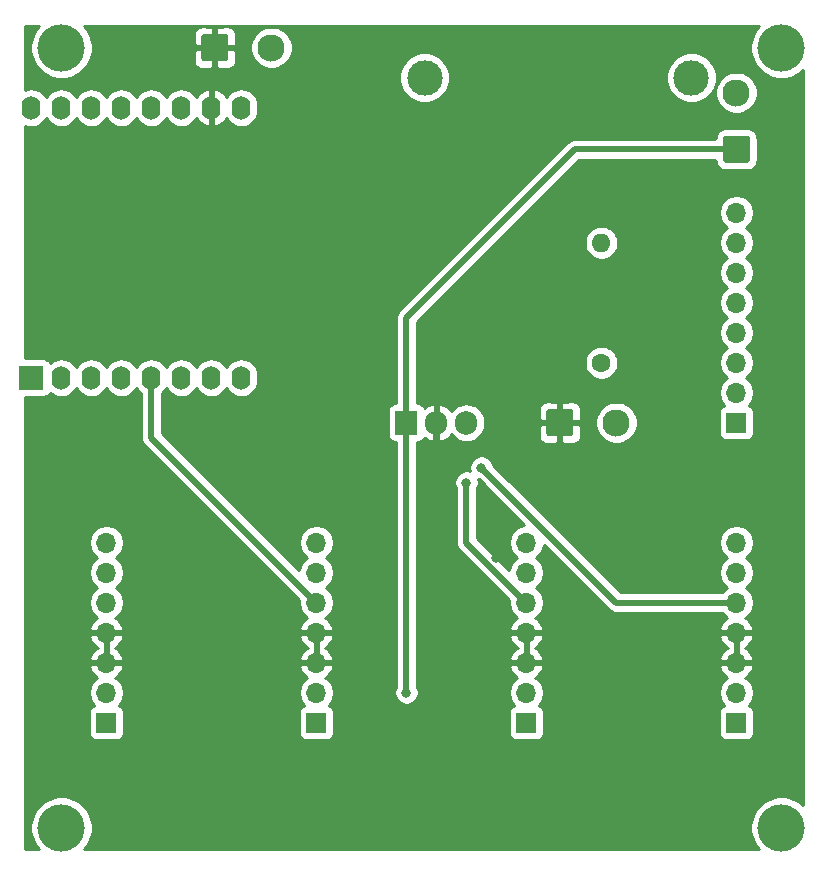
<source format=gbr>
%TF.GenerationSoftware,KiCad,Pcbnew,(5.1.10)-1*%
%TF.CreationDate,2021-07-27T21:20:26+02:00*%
%TF.ProjectId,LEDBeam,4c454442-6561-46d2-9e6b-696361645f70,rev?*%
%TF.SameCoordinates,Original*%
%TF.FileFunction,Copper,L1,Top*%
%TF.FilePolarity,Positive*%
%FSLAX46Y46*%
G04 Gerber Fmt 4.6, Leading zero omitted, Abs format (unit mm)*
G04 Created by KiCad (PCBNEW (5.1.10)-1) date 2021-07-27 21:20:26*
%MOMM*%
%LPD*%
G01*
G04 APERTURE LIST*
%TA.AperFunction,ComponentPad*%
%ADD10O,1.600000X1.600000*%
%TD*%
%TA.AperFunction,ComponentPad*%
%ADD11C,1.600000*%
%TD*%
%TA.AperFunction,ComponentPad*%
%ADD12O,1.700000X1.700000*%
%TD*%
%TA.AperFunction,ComponentPad*%
%ADD13R,1.700000X1.700000*%
%TD*%
%TA.AperFunction,ComponentPad*%
%ADD14O,1.905000X2.000000*%
%TD*%
%TA.AperFunction,ComponentPad*%
%ADD15R,1.905000X2.000000*%
%TD*%
%TA.AperFunction,ComponentPad*%
%ADD16O,1.600000X2.000000*%
%TD*%
%TA.AperFunction,ComponentPad*%
%ADD17R,2.000000X2.000000*%
%TD*%
%TA.AperFunction,ComponentPad*%
%ADD18C,2.300000*%
%TD*%
%TA.AperFunction,ComponentPad*%
%ADD19C,3.000000*%
%TD*%
%TA.AperFunction,ViaPad*%
%ADD20C,4.000000*%
%TD*%
%TA.AperFunction,ViaPad*%
%ADD21C,0.800000*%
%TD*%
%TA.AperFunction,Conductor*%
%ADD22C,0.500000*%
%TD*%
%TA.AperFunction,Conductor*%
%ADD23C,0.254000*%
%TD*%
%TA.AperFunction,Conductor*%
%ADD24C,0.100000*%
%TD*%
G04 APERTURE END LIST*
D10*
%TO.P,R1,2*%
%TO.N,5V*%
X59690000Y-63500000D03*
D11*
%TO.P,R1,1*%
%TO.N,Net-(J3-Pad2)*%
X59690000Y-73660000D03*
%TD*%
D12*
%TO.P,U6,7*%
%TO.N,W-*%
X17780000Y-88900000D03*
%TO.P,U6,6*%
%TO.N,W+*%
X17780000Y-91440000D03*
%TO.P,U6,5*%
%TO.N,W_PWM*%
X17780000Y-93980000D03*
%TO.P,U6,4*%
%TO.N,GND*%
X17780000Y-96520000D03*
%TO.P,U6,3*%
X17780000Y-99060000D03*
%TO.P,U6,2*%
%TO.N,24V*%
X17780000Y-101600000D03*
D13*
%TO.P,U6,1*%
X17780000Y-104140000D03*
%TD*%
D12*
%TO.P,U5,7*%
%TO.N,B-*%
X35560000Y-88900000D03*
%TO.P,U5,6*%
%TO.N,B+*%
X35560000Y-91440000D03*
%TO.P,U5,5*%
%TO.N,B_PWM*%
X35560000Y-93980000D03*
%TO.P,U5,4*%
%TO.N,GND*%
X35560000Y-96520000D03*
%TO.P,U5,3*%
X35560000Y-99060000D03*
%TO.P,U5,2*%
%TO.N,24V*%
X35560000Y-101600000D03*
D13*
%TO.P,U5,1*%
X35560000Y-104140000D03*
%TD*%
D14*
%TO.P,U4,3*%
%TO.N,5V*%
X48260000Y-78740000D03*
%TO.P,U4,2*%
%TO.N,GND*%
X45720000Y-78740000D03*
D15*
%TO.P,U4,1*%
%TO.N,24V*%
X43180000Y-78740000D03*
%TD*%
D12*
%TO.P,U3,7*%
%TO.N,G-*%
X53340000Y-88900000D03*
%TO.P,U3,6*%
%TO.N,G+*%
X53340000Y-91440000D03*
%TO.P,U3,5*%
%TO.N,G_PWM*%
X53340000Y-93980000D03*
%TO.P,U3,4*%
%TO.N,GND*%
X53340000Y-96520000D03*
%TO.P,U3,3*%
X53340000Y-99060000D03*
%TO.P,U3,2*%
%TO.N,24V*%
X53340000Y-101600000D03*
D13*
%TO.P,U3,1*%
X53340000Y-104140000D03*
%TD*%
D12*
%TO.P,U2,7*%
%TO.N,R-*%
X71120000Y-88900000D03*
%TO.P,U2,6*%
%TO.N,R+*%
X71120000Y-91440000D03*
%TO.P,U2,5*%
%TO.N,R_PWM*%
X71120000Y-93980000D03*
%TO.P,U2,4*%
%TO.N,GND*%
X71120000Y-96520000D03*
%TO.P,U2,3*%
X71120000Y-99060000D03*
%TO.P,U2,2*%
%TO.N,24V*%
X71120000Y-101600000D03*
D13*
%TO.P,U2,1*%
X71120000Y-104140000D03*
%TD*%
D16*
%TO.P,U1,16*%
%TO.N,Net-(U1-Pad16)*%
X11430000Y-52070000D03*
%TO.P,U1,15*%
%TO.N,Net-(U1-Pad15)*%
X13970000Y-52070000D03*
%TO.P,U1,14*%
%TO.N,G_PWM*%
X16510000Y-52070000D03*
%TO.P,U1,13*%
%TO.N,R_PWM*%
X19050000Y-52070000D03*
%TO.P,U1,12*%
%TO.N,Net-(U1-Pad12)*%
X21590000Y-52070000D03*
%TO.P,U1,11*%
%TO.N,Net-(U1-Pad11)*%
X24130000Y-52070000D03*
%TO.P,U1,10*%
%TO.N,GND*%
X26670000Y-52070000D03*
%TO.P,U1,9*%
%TO.N,5V*%
X29210000Y-52070000D03*
%TO.P,U1,8*%
%TO.N,Net-(U1-Pad8)*%
X29210000Y-74930000D03*
%TO.P,U1,7*%
%TO.N,Net-(U1-Pad7)*%
X26670000Y-74930000D03*
%TO.P,U1,6*%
%TO.N,Net-(U1-Pad6)*%
X24130000Y-74930000D03*
%TO.P,U1,5*%
%TO.N,B_PWM*%
X21590000Y-74930000D03*
%TO.P,U1,4*%
%TO.N,W_PWM*%
X19050000Y-74930000D03*
%TO.P,U1,3*%
%TO.N,Net-(U1-Pad3)*%
X16510000Y-74930000D03*
D17*
%TO.P,U1,1*%
%TO.N,Net-(U1-Pad1)*%
X11430000Y-74930000D03*
D16*
%TO.P,U1,2*%
%TO.N,Net-(U1-Pad2)*%
X13970000Y-74930000D03*
%TD*%
%TO.P,J3,1*%
%TO.N,GND*%
%TA.AperFunction,ComponentPad*%
G36*
G01*
X55010000Y-79640000D02*
X55010000Y-77840000D01*
G75*
G02*
X55260000Y-77590000I250000J0D01*
G01*
X57060000Y-77590000D01*
G75*
G02*
X57310000Y-77840000I0J-250000D01*
G01*
X57310000Y-79640000D01*
G75*
G02*
X57060000Y-79890000I-250000J0D01*
G01*
X55260000Y-79890000D01*
G75*
G02*
X55010000Y-79640000I0J250000D01*
G01*
G37*
%TD.AperFunction*%
D18*
%TO.P,J3,2*%
%TO.N,Net-(J3-Pad2)*%
X60960000Y-78740000D03*
%TD*%
%TO.P,J2,2*%
%TO.N,Net-(F1-Pad1)*%
X71120000Y-50800000D03*
%TO.P,J2,1*%
%TO.N,24V*%
%TA.AperFunction,ComponentPad*%
G36*
G01*
X72020000Y-56750000D02*
X70220000Y-56750000D01*
G75*
G02*
X69970000Y-56500000I0J250000D01*
G01*
X69970000Y-54700000D01*
G75*
G02*
X70220000Y-54450000I250000J0D01*
G01*
X72020000Y-54450000D01*
G75*
G02*
X72270000Y-54700000I0J-250000D01*
G01*
X72270000Y-56500000D01*
G75*
G02*
X72020000Y-56750000I-250000J0D01*
G01*
G37*
%TD.AperFunction*%
%TD*%
%TO.P,J1,2*%
%TO.N,Net-(F1-Pad2)*%
X31750000Y-46990000D03*
%TO.P,J1,1*%
%TO.N,GND*%
%TA.AperFunction,ComponentPad*%
G36*
G01*
X25800000Y-47890000D02*
X25800000Y-46090000D01*
G75*
G02*
X26050000Y-45840000I250000J0D01*
G01*
X27850000Y-45840000D01*
G75*
G02*
X28100000Y-46090000I0J-250000D01*
G01*
X28100000Y-47890000D01*
G75*
G02*
X27850000Y-48140000I-250000J0D01*
G01*
X26050000Y-48140000D01*
G75*
G02*
X25800000Y-47890000I0J250000D01*
G01*
G37*
%TD.AperFunction*%
%TD*%
D19*
%TO.P,F1,2*%
%TO.N,Net-(F1-Pad2)*%
X44710000Y-49530000D03*
%TO.P,F1,1*%
%TO.N,Net-(F1-Pad1)*%
X67310000Y-49530000D03*
%TD*%
D12*
%TO.P,D1,8*%
%TO.N,W-*%
X71120000Y-60960000D03*
%TO.P,D1,7*%
%TO.N,W+*%
X71120000Y-63500000D03*
%TO.P,D1,6*%
%TO.N,B-*%
X71120000Y-66040000D03*
%TO.P,D1,5*%
%TO.N,B+*%
X71120000Y-68580000D03*
%TO.P,D1,4*%
%TO.N,G-*%
X71120000Y-71120000D03*
%TO.P,D1,3*%
%TO.N,G+*%
X71120000Y-73660000D03*
%TO.P,D1,2*%
%TO.N,R-*%
X71120000Y-76200000D03*
D13*
%TO.P,D1,1*%
%TO.N,R+*%
X71120000Y-78740000D03*
%TD*%
D20*
%TO.N,*%
X74930000Y-46990000D03*
X74930000Y-113030000D03*
X13970000Y-113030000D03*
X13970000Y-46990000D03*
D21*
%TO.N,GND*%
X45720000Y-96520000D03*
X19050000Y-68580000D03*
X29210000Y-82550000D03*
X21590000Y-86360000D03*
X50800000Y-90170000D03*
%TO.N,24V*%
X43180000Y-101600000D03*
%TO.N,R_PWM*%
X49530000Y-82550000D03*
%TO.N,G_PWM*%
X48260000Y-83820000D03*
%TD*%
D22*
%TO.N,GND*%
X45720000Y-78740000D02*
X45720000Y-96520000D01*
X45720000Y-96520000D02*
X45720000Y-96520000D01*
%TO.N,24V*%
X43180000Y-78740000D02*
X43180000Y-101600000D01*
X43180000Y-78740000D02*
X43180000Y-69850000D01*
X57430000Y-55600000D02*
X71120000Y-55600000D01*
X43180000Y-69850000D02*
X57430000Y-55600000D01*
%TO.N,R_PWM*%
X49530000Y-82550000D02*
X60960000Y-93980000D01*
X60960000Y-93980000D02*
X71120000Y-93980000D01*
%TO.N,G_PWM*%
X48260000Y-88900000D02*
X53340000Y-93980000D01*
X48260000Y-83820000D02*
X48260000Y-88900000D01*
%TO.N,B_PWM*%
X21590000Y-80010000D02*
X35560000Y-93980000D01*
X21590000Y-74930000D02*
X21590000Y-80010000D01*
%TD*%
D23*
%TO.N,GND*%
X11923262Y-45310285D02*
X11634893Y-45741859D01*
X11436261Y-46221399D01*
X11335000Y-46730475D01*
X11335000Y-47249525D01*
X11436261Y-47758601D01*
X11634893Y-48238141D01*
X11923262Y-48669715D01*
X12290285Y-49036738D01*
X12721859Y-49325107D01*
X13201399Y-49523739D01*
X13710475Y-49625000D01*
X14229525Y-49625000D01*
X14738601Y-49523739D01*
X15218141Y-49325107D01*
X15226201Y-49319721D01*
X42575000Y-49319721D01*
X42575000Y-49740279D01*
X42657047Y-50152756D01*
X42817988Y-50541302D01*
X43051637Y-50890983D01*
X43349017Y-51188363D01*
X43698698Y-51422012D01*
X44087244Y-51582953D01*
X44499721Y-51665000D01*
X44920279Y-51665000D01*
X45332756Y-51582953D01*
X45721302Y-51422012D01*
X46070983Y-51188363D01*
X46368363Y-50890983D01*
X46602012Y-50541302D01*
X46762953Y-50152756D01*
X46845000Y-49740279D01*
X46845000Y-49319721D01*
X65175000Y-49319721D01*
X65175000Y-49740279D01*
X65257047Y-50152756D01*
X65417988Y-50541302D01*
X65651637Y-50890983D01*
X65949017Y-51188363D01*
X66298698Y-51422012D01*
X66687244Y-51582953D01*
X67099721Y-51665000D01*
X67520279Y-51665000D01*
X67932756Y-51582953D01*
X68321302Y-51422012D01*
X68670983Y-51188363D01*
X68968363Y-50890983D01*
X69146626Y-50624193D01*
X69335000Y-50624193D01*
X69335000Y-50975807D01*
X69403596Y-51320665D01*
X69538153Y-51645515D01*
X69733500Y-51937871D01*
X69982129Y-52186500D01*
X70274485Y-52381847D01*
X70599335Y-52516404D01*
X70944193Y-52585000D01*
X71295807Y-52585000D01*
X71640665Y-52516404D01*
X71965515Y-52381847D01*
X72257871Y-52186500D01*
X72506500Y-51937871D01*
X72701847Y-51645515D01*
X72836404Y-51320665D01*
X72905000Y-50975807D01*
X72905000Y-50624193D01*
X72836404Y-50279335D01*
X72701847Y-49954485D01*
X72506500Y-49662129D01*
X72257871Y-49413500D01*
X71965515Y-49218153D01*
X71640665Y-49083596D01*
X71295807Y-49015000D01*
X70944193Y-49015000D01*
X70599335Y-49083596D01*
X70274485Y-49218153D01*
X69982129Y-49413500D01*
X69733500Y-49662129D01*
X69538153Y-49954485D01*
X69403596Y-50279335D01*
X69335000Y-50624193D01*
X69146626Y-50624193D01*
X69202012Y-50541302D01*
X69362953Y-50152756D01*
X69445000Y-49740279D01*
X69445000Y-49319721D01*
X69362953Y-48907244D01*
X69202012Y-48518698D01*
X68968363Y-48169017D01*
X68670983Y-47871637D01*
X68321302Y-47637988D01*
X67932756Y-47477047D01*
X67520279Y-47395000D01*
X67099721Y-47395000D01*
X66687244Y-47477047D01*
X66298698Y-47637988D01*
X65949017Y-47871637D01*
X65651637Y-48169017D01*
X65417988Y-48518698D01*
X65257047Y-48907244D01*
X65175000Y-49319721D01*
X46845000Y-49319721D01*
X46762953Y-48907244D01*
X46602012Y-48518698D01*
X46368363Y-48169017D01*
X46070983Y-47871637D01*
X45721302Y-47637988D01*
X45332756Y-47477047D01*
X44920279Y-47395000D01*
X44499721Y-47395000D01*
X44087244Y-47477047D01*
X43698698Y-47637988D01*
X43349017Y-47871637D01*
X43051637Y-48169017D01*
X42817988Y-48518698D01*
X42657047Y-48907244D01*
X42575000Y-49319721D01*
X15226201Y-49319721D01*
X15649715Y-49036738D01*
X16016738Y-48669715D01*
X16305107Y-48238141D01*
X16345758Y-48140000D01*
X25161928Y-48140000D01*
X25174188Y-48264482D01*
X25210498Y-48384180D01*
X25269463Y-48494494D01*
X25348815Y-48591185D01*
X25445506Y-48670537D01*
X25555820Y-48729502D01*
X25675518Y-48765812D01*
X25800000Y-48778072D01*
X26664250Y-48775000D01*
X26823000Y-48616250D01*
X26823000Y-47117000D01*
X27077000Y-47117000D01*
X27077000Y-48616250D01*
X27235750Y-48775000D01*
X28100000Y-48778072D01*
X28224482Y-48765812D01*
X28344180Y-48729502D01*
X28454494Y-48670537D01*
X28551185Y-48591185D01*
X28630537Y-48494494D01*
X28689502Y-48384180D01*
X28725812Y-48264482D01*
X28738072Y-48140000D01*
X28735000Y-47275750D01*
X28576250Y-47117000D01*
X27077000Y-47117000D01*
X26823000Y-47117000D01*
X25323750Y-47117000D01*
X25165000Y-47275750D01*
X25161928Y-48140000D01*
X16345758Y-48140000D01*
X16503739Y-47758601D01*
X16605000Y-47249525D01*
X16605000Y-46730475D01*
X16503739Y-46221399D01*
X16345759Y-45840000D01*
X25161928Y-45840000D01*
X25165000Y-46704250D01*
X25323750Y-46863000D01*
X26823000Y-46863000D01*
X26823000Y-45363750D01*
X27077000Y-45363750D01*
X27077000Y-46863000D01*
X28576250Y-46863000D01*
X28625057Y-46814193D01*
X29965000Y-46814193D01*
X29965000Y-47165807D01*
X30033596Y-47510665D01*
X30168153Y-47835515D01*
X30363500Y-48127871D01*
X30612129Y-48376500D01*
X30904485Y-48571847D01*
X31229335Y-48706404D01*
X31574193Y-48775000D01*
X31925807Y-48775000D01*
X32270665Y-48706404D01*
X32595515Y-48571847D01*
X32887871Y-48376500D01*
X33136500Y-48127871D01*
X33331847Y-47835515D01*
X33466404Y-47510665D01*
X33535000Y-47165807D01*
X33535000Y-46814193D01*
X33466404Y-46469335D01*
X33331847Y-46144485D01*
X33136500Y-45852129D01*
X32887871Y-45603500D01*
X32595515Y-45408153D01*
X32270665Y-45273596D01*
X31925807Y-45205000D01*
X31574193Y-45205000D01*
X31229335Y-45273596D01*
X30904485Y-45408153D01*
X30612129Y-45603500D01*
X30363500Y-45852129D01*
X30168153Y-46144485D01*
X30033596Y-46469335D01*
X29965000Y-46814193D01*
X28625057Y-46814193D01*
X28735000Y-46704250D01*
X28738072Y-45840000D01*
X28725812Y-45715518D01*
X28689502Y-45595820D01*
X28630537Y-45485506D01*
X28551185Y-45388815D01*
X28454494Y-45309463D01*
X28344180Y-45250498D01*
X28224482Y-45214188D01*
X28100000Y-45201928D01*
X27235750Y-45205000D01*
X27077000Y-45363750D01*
X26823000Y-45363750D01*
X26664250Y-45205000D01*
X25800000Y-45201928D01*
X25675518Y-45214188D01*
X25555820Y-45250498D01*
X25445506Y-45309463D01*
X25348815Y-45388815D01*
X25269463Y-45485506D01*
X25210498Y-45595820D01*
X25174188Y-45715518D01*
X25161928Y-45840000D01*
X16345759Y-45840000D01*
X16305107Y-45741859D01*
X16016738Y-45310285D01*
X15866453Y-45160000D01*
X73033547Y-45160000D01*
X72883262Y-45310285D01*
X72594893Y-45741859D01*
X72396261Y-46221399D01*
X72295000Y-46730475D01*
X72295000Y-47249525D01*
X72396261Y-47758601D01*
X72594893Y-48238141D01*
X72883262Y-48669715D01*
X73250285Y-49036738D01*
X73681859Y-49325107D01*
X74161399Y-49523739D01*
X74670475Y-49625000D01*
X75189525Y-49625000D01*
X75698601Y-49523739D01*
X76178141Y-49325107D01*
X76609715Y-49036738D01*
X76760000Y-48886453D01*
X76760001Y-111133548D01*
X76609715Y-110983262D01*
X76178141Y-110694893D01*
X75698601Y-110496261D01*
X75189525Y-110395000D01*
X74670475Y-110395000D01*
X74161399Y-110496261D01*
X73681859Y-110694893D01*
X73250285Y-110983262D01*
X72883262Y-111350285D01*
X72594893Y-111781859D01*
X72396261Y-112261399D01*
X72295000Y-112770475D01*
X72295000Y-113289525D01*
X72396261Y-113798601D01*
X72594893Y-114278141D01*
X72883262Y-114709715D01*
X73033547Y-114860000D01*
X15866453Y-114860000D01*
X16016738Y-114709715D01*
X16305107Y-114278141D01*
X16503739Y-113798601D01*
X16605000Y-113289525D01*
X16605000Y-112770475D01*
X16503739Y-112261399D01*
X16305107Y-111781859D01*
X16016738Y-111350285D01*
X15649715Y-110983262D01*
X15218141Y-110694893D01*
X14738601Y-110496261D01*
X14229525Y-110395000D01*
X13710475Y-110395000D01*
X13201399Y-110496261D01*
X12721859Y-110694893D01*
X12290285Y-110983262D01*
X11923262Y-111350285D01*
X11634893Y-111781859D01*
X11436261Y-112261399D01*
X11335000Y-112770475D01*
X11335000Y-113289525D01*
X11436261Y-113798601D01*
X11634893Y-114278141D01*
X11923262Y-114709715D01*
X12073547Y-114860000D01*
X10870000Y-114860000D01*
X10870000Y-103290000D01*
X16291928Y-103290000D01*
X16291928Y-104990000D01*
X16304188Y-105114482D01*
X16340498Y-105234180D01*
X16399463Y-105344494D01*
X16478815Y-105441185D01*
X16575506Y-105520537D01*
X16685820Y-105579502D01*
X16805518Y-105615812D01*
X16930000Y-105628072D01*
X18630000Y-105628072D01*
X18754482Y-105615812D01*
X18874180Y-105579502D01*
X18984494Y-105520537D01*
X19081185Y-105441185D01*
X19160537Y-105344494D01*
X19219502Y-105234180D01*
X19255812Y-105114482D01*
X19268072Y-104990000D01*
X19268072Y-103290000D01*
X34071928Y-103290000D01*
X34071928Y-104990000D01*
X34084188Y-105114482D01*
X34120498Y-105234180D01*
X34179463Y-105344494D01*
X34258815Y-105441185D01*
X34355506Y-105520537D01*
X34465820Y-105579502D01*
X34585518Y-105615812D01*
X34710000Y-105628072D01*
X36410000Y-105628072D01*
X36534482Y-105615812D01*
X36654180Y-105579502D01*
X36764494Y-105520537D01*
X36861185Y-105441185D01*
X36940537Y-105344494D01*
X36999502Y-105234180D01*
X37035812Y-105114482D01*
X37048072Y-104990000D01*
X37048072Y-103290000D01*
X51851928Y-103290000D01*
X51851928Y-104990000D01*
X51864188Y-105114482D01*
X51900498Y-105234180D01*
X51959463Y-105344494D01*
X52038815Y-105441185D01*
X52135506Y-105520537D01*
X52245820Y-105579502D01*
X52365518Y-105615812D01*
X52490000Y-105628072D01*
X54190000Y-105628072D01*
X54314482Y-105615812D01*
X54434180Y-105579502D01*
X54544494Y-105520537D01*
X54641185Y-105441185D01*
X54720537Y-105344494D01*
X54779502Y-105234180D01*
X54815812Y-105114482D01*
X54828072Y-104990000D01*
X54828072Y-103290000D01*
X69631928Y-103290000D01*
X69631928Y-104990000D01*
X69644188Y-105114482D01*
X69680498Y-105234180D01*
X69739463Y-105344494D01*
X69818815Y-105441185D01*
X69915506Y-105520537D01*
X70025820Y-105579502D01*
X70145518Y-105615812D01*
X70270000Y-105628072D01*
X71970000Y-105628072D01*
X72094482Y-105615812D01*
X72214180Y-105579502D01*
X72324494Y-105520537D01*
X72421185Y-105441185D01*
X72500537Y-105344494D01*
X72559502Y-105234180D01*
X72595812Y-105114482D01*
X72608072Y-104990000D01*
X72608072Y-103290000D01*
X72595812Y-103165518D01*
X72559502Y-103045820D01*
X72500537Y-102935506D01*
X72421185Y-102838815D01*
X72324494Y-102759463D01*
X72214180Y-102700498D01*
X72141620Y-102678487D01*
X72273475Y-102546632D01*
X72435990Y-102303411D01*
X72547932Y-102033158D01*
X72605000Y-101746260D01*
X72605000Y-101453740D01*
X72547932Y-101166842D01*
X72435990Y-100896589D01*
X72273475Y-100653368D01*
X72066632Y-100446525D01*
X71884466Y-100324805D01*
X72001355Y-100255178D01*
X72217588Y-100060269D01*
X72391641Y-99826920D01*
X72516825Y-99564099D01*
X72561476Y-99416890D01*
X72440155Y-99187000D01*
X71247000Y-99187000D01*
X71247000Y-99207000D01*
X70993000Y-99207000D01*
X70993000Y-99187000D01*
X69799845Y-99187000D01*
X69678524Y-99416890D01*
X69723175Y-99564099D01*
X69848359Y-99826920D01*
X70022412Y-100060269D01*
X70238645Y-100255178D01*
X70355534Y-100324805D01*
X70173368Y-100446525D01*
X69966525Y-100653368D01*
X69804010Y-100896589D01*
X69692068Y-101166842D01*
X69635000Y-101453740D01*
X69635000Y-101746260D01*
X69692068Y-102033158D01*
X69804010Y-102303411D01*
X69966525Y-102546632D01*
X70098380Y-102678487D01*
X70025820Y-102700498D01*
X69915506Y-102759463D01*
X69818815Y-102838815D01*
X69739463Y-102935506D01*
X69680498Y-103045820D01*
X69644188Y-103165518D01*
X69631928Y-103290000D01*
X54828072Y-103290000D01*
X54815812Y-103165518D01*
X54779502Y-103045820D01*
X54720537Y-102935506D01*
X54641185Y-102838815D01*
X54544494Y-102759463D01*
X54434180Y-102700498D01*
X54361620Y-102678487D01*
X54493475Y-102546632D01*
X54655990Y-102303411D01*
X54767932Y-102033158D01*
X54825000Y-101746260D01*
X54825000Y-101453740D01*
X54767932Y-101166842D01*
X54655990Y-100896589D01*
X54493475Y-100653368D01*
X54286632Y-100446525D01*
X54104466Y-100324805D01*
X54221355Y-100255178D01*
X54437588Y-100060269D01*
X54611641Y-99826920D01*
X54736825Y-99564099D01*
X54781476Y-99416890D01*
X54660155Y-99187000D01*
X53467000Y-99187000D01*
X53467000Y-99207000D01*
X53213000Y-99207000D01*
X53213000Y-99187000D01*
X52019845Y-99187000D01*
X51898524Y-99416890D01*
X51943175Y-99564099D01*
X52068359Y-99826920D01*
X52242412Y-100060269D01*
X52458645Y-100255178D01*
X52575534Y-100324805D01*
X52393368Y-100446525D01*
X52186525Y-100653368D01*
X52024010Y-100896589D01*
X51912068Y-101166842D01*
X51855000Y-101453740D01*
X51855000Y-101746260D01*
X51912068Y-102033158D01*
X52024010Y-102303411D01*
X52186525Y-102546632D01*
X52318380Y-102678487D01*
X52245820Y-102700498D01*
X52135506Y-102759463D01*
X52038815Y-102838815D01*
X51959463Y-102935506D01*
X51900498Y-103045820D01*
X51864188Y-103165518D01*
X51851928Y-103290000D01*
X37048072Y-103290000D01*
X37035812Y-103165518D01*
X36999502Y-103045820D01*
X36940537Y-102935506D01*
X36861185Y-102838815D01*
X36764494Y-102759463D01*
X36654180Y-102700498D01*
X36581620Y-102678487D01*
X36713475Y-102546632D01*
X36875990Y-102303411D01*
X36987932Y-102033158D01*
X37045000Y-101746260D01*
X37045000Y-101453740D01*
X36987932Y-101166842D01*
X36875990Y-100896589D01*
X36713475Y-100653368D01*
X36506632Y-100446525D01*
X36324466Y-100324805D01*
X36441355Y-100255178D01*
X36657588Y-100060269D01*
X36831641Y-99826920D01*
X36956825Y-99564099D01*
X37001476Y-99416890D01*
X36880155Y-99187000D01*
X35687000Y-99187000D01*
X35687000Y-99207000D01*
X35433000Y-99207000D01*
X35433000Y-99187000D01*
X34239845Y-99187000D01*
X34118524Y-99416890D01*
X34163175Y-99564099D01*
X34288359Y-99826920D01*
X34462412Y-100060269D01*
X34678645Y-100255178D01*
X34795534Y-100324805D01*
X34613368Y-100446525D01*
X34406525Y-100653368D01*
X34244010Y-100896589D01*
X34132068Y-101166842D01*
X34075000Y-101453740D01*
X34075000Y-101746260D01*
X34132068Y-102033158D01*
X34244010Y-102303411D01*
X34406525Y-102546632D01*
X34538380Y-102678487D01*
X34465820Y-102700498D01*
X34355506Y-102759463D01*
X34258815Y-102838815D01*
X34179463Y-102935506D01*
X34120498Y-103045820D01*
X34084188Y-103165518D01*
X34071928Y-103290000D01*
X19268072Y-103290000D01*
X19255812Y-103165518D01*
X19219502Y-103045820D01*
X19160537Y-102935506D01*
X19081185Y-102838815D01*
X18984494Y-102759463D01*
X18874180Y-102700498D01*
X18801620Y-102678487D01*
X18933475Y-102546632D01*
X19095990Y-102303411D01*
X19207932Y-102033158D01*
X19265000Y-101746260D01*
X19265000Y-101453740D01*
X19207932Y-101166842D01*
X19095990Y-100896589D01*
X18933475Y-100653368D01*
X18726632Y-100446525D01*
X18544466Y-100324805D01*
X18661355Y-100255178D01*
X18877588Y-100060269D01*
X19051641Y-99826920D01*
X19176825Y-99564099D01*
X19221476Y-99416890D01*
X19100155Y-99187000D01*
X17907000Y-99187000D01*
X17907000Y-99207000D01*
X17653000Y-99207000D01*
X17653000Y-99187000D01*
X16459845Y-99187000D01*
X16338524Y-99416890D01*
X16383175Y-99564099D01*
X16508359Y-99826920D01*
X16682412Y-100060269D01*
X16898645Y-100255178D01*
X17015534Y-100324805D01*
X16833368Y-100446525D01*
X16626525Y-100653368D01*
X16464010Y-100896589D01*
X16352068Y-101166842D01*
X16295000Y-101453740D01*
X16295000Y-101746260D01*
X16352068Y-102033158D01*
X16464010Y-102303411D01*
X16626525Y-102546632D01*
X16758380Y-102678487D01*
X16685820Y-102700498D01*
X16575506Y-102759463D01*
X16478815Y-102838815D01*
X16399463Y-102935506D01*
X16340498Y-103045820D01*
X16304188Y-103165518D01*
X16291928Y-103290000D01*
X10870000Y-103290000D01*
X10870000Y-96876890D01*
X16338524Y-96876890D01*
X16383175Y-97024099D01*
X16508359Y-97286920D01*
X16682412Y-97520269D01*
X16898645Y-97715178D01*
X17024255Y-97790000D01*
X16898645Y-97864822D01*
X16682412Y-98059731D01*
X16508359Y-98293080D01*
X16383175Y-98555901D01*
X16338524Y-98703110D01*
X16459845Y-98933000D01*
X17653000Y-98933000D01*
X17653000Y-96647000D01*
X17907000Y-96647000D01*
X17907000Y-98933000D01*
X19100155Y-98933000D01*
X19221476Y-98703110D01*
X19176825Y-98555901D01*
X19051641Y-98293080D01*
X18877588Y-98059731D01*
X18661355Y-97864822D01*
X18535745Y-97790000D01*
X18661355Y-97715178D01*
X18877588Y-97520269D01*
X19051641Y-97286920D01*
X19176825Y-97024099D01*
X19221476Y-96876890D01*
X34118524Y-96876890D01*
X34163175Y-97024099D01*
X34288359Y-97286920D01*
X34462412Y-97520269D01*
X34678645Y-97715178D01*
X34804255Y-97790000D01*
X34678645Y-97864822D01*
X34462412Y-98059731D01*
X34288359Y-98293080D01*
X34163175Y-98555901D01*
X34118524Y-98703110D01*
X34239845Y-98933000D01*
X35433000Y-98933000D01*
X35433000Y-96647000D01*
X35687000Y-96647000D01*
X35687000Y-98933000D01*
X36880155Y-98933000D01*
X37001476Y-98703110D01*
X36956825Y-98555901D01*
X36831641Y-98293080D01*
X36657588Y-98059731D01*
X36441355Y-97864822D01*
X36315745Y-97790000D01*
X36441355Y-97715178D01*
X36657588Y-97520269D01*
X36831641Y-97286920D01*
X36956825Y-97024099D01*
X37001476Y-96876890D01*
X36880155Y-96647000D01*
X35687000Y-96647000D01*
X35433000Y-96647000D01*
X34239845Y-96647000D01*
X34118524Y-96876890D01*
X19221476Y-96876890D01*
X19100155Y-96647000D01*
X17907000Y-96647000D01*
X17653000Y-96647000D01*
X16459845Y-96647000D01*
X16338524Y-96876890D01*
X10870000Y-96876890D01*
X10870000Y-88753740D01*
X16295000Y-88753740D01*
X16295000Y-89046260D01*
X16352068Y-89333158D01*
X16464010Y-89603411D01*
X16626525Y-89846632D01*
X16833368Y-90053475D01*
X17007760Y-90170000D01*
X16833368Y-90286525D01*
X16626525Y-90493368D01*
X16464010Y-90736589D01*
X16352068Y-91006842D01*
X16295000Y-91293740D01*
X16295000Y-91586260D01*
X16352068Y-91873158D01*
X16464010Y-92143411D01*
X16626525Y-92386632D01*
X16833368Y-92593475D01*
X17007760Y-92710000D01*
X16833368Y-92826525D01*
X16626525Y-93033368D01*
X16464010Y-93276589D01*
X16352068Y-93546842D01*
X16295000Y-93833740D01*
X16295000Y-94126260D01*
X16352068Y-94413158D01*
X16464010Y-94683411D01*
X16626525Y-94926632D01*
X16833368Y-95133475D01*
X17015534Y-95255195D01*
X16898645Y-95324822D01*
X16682412Y-95519731D01*
X16508359Y-95753080D01*
X16383175Y-96015901D01*
X16338524Y-96163110D01*
X16459845Y-96393000D01*
X17653000Y-96393000D01*
X17653000Y-96373000D01*
X17907000Y-96373000D01*
X17907000Y-96393000D01*
X19100155Y-96393000D01*
X19221476Y-96163110D01*
X19176825Y-96015901D01*
X19051641Y-95753080D01*
X18877588Y-95519731D01*
X18661355Y-95324822D01*
X18544466Y-95255195D01*
X18726632Y-95133475D01*
X18933475Y-94926632D01*
X19095990Y-94683411D01*
X19207932Y-94413158D01*
X19265000Y-94126260D01*
X19265000Y-93833740D01*
X19207932Y-93546842D01*
X19095990Y-93276589D01*
X18933475Y-93033368D01*
X18726632Y-92826525D01*
X18552240Y-92710000D01*
X18726632Y-92593475D01*
X18933475Y-92386632D01*
X19095990Y-92143411D01*
X19207932Y-91873158D01*
X19265000Y-91586260D01*
X19265000Y-91293740D01*
X19207932Y-91006842D01*
X19095990Y-90736589D01*
X18933475Y-90493368D01*
X18726632Y-90286525D01*
X18552240Y-90170000D01*
X18726632Y-90053475D01*
X18933475Y-89846632D01*
X19095990Y-89603411D01*
X19207932Y-89333158D01*
X19265000Y-89046260D01*
X19265000Y-88753740D01*
X19207932Y-88466842D01*
X19095990Y-88196589D01*
X18933475Y-87953368D01*
X18726632Y-87746525D01*
X18483411Y-87584010D01*
X18213158Y-87472068D01*
X17926260Y-87415000D01*
X17633740Y-87415000D01*
X17346842Y-87472068D01*
X17076589Y-87584010D01*
X16833368Y-87746525D01*
X16626525Y-87953368D01*
X16464010Y-88196589D01*
X16352068Y-88466842D01*
X16295000Y-88753740D01*
X10870000Y-88753740D01*
X10870000Y-76568072D01*
X12430000Y-76568072D01*
X12554482Y-76555812D01*
X12674180Y-76519502D01*
X12784494Y-76460537D01*
X12881185Y-76381185D01*
X12960537Y-76284494D01*
X13007559Y-76196523D01*
X13168900Y-76328932D01*
X13418193Y-76462182D01*
X13688692Y-76544236D01*
X13970000Y-76571943D01*
X14251309Y-76544236D01*
X14521808Y-76462182D01*
X14771101Y-76328932D01*
X14989608Y-76149608D01*
X15168932Y-75931101D01*
X15240000Y-75798142D01*
X15311068Y-75931101D01*
X15490393Y-76149608D01*
X15708900Y-76328932D01*
X15958193Y-76462182D01*
X16228692Y-76544236D01*
X16510000Y-76571943D01*
X16791309Y-76544236D01*
X17061808Y-76462182D01*
X17311101Y-76328932D01*
X17529608Y-76149608D01*
X17708932Y-75931101D01*
X17780000Y-75798142D01*
X17851068Y-75931101D01*
X18030393Y-76149608D01*
X18248900Y-76328932D01*
X18498193Y-76462182D01*
X18768692Y-76544236D01*
X19050000Y-76571943D01*
X19331309Y-76544236D01*
X19601808Y-76462182D01*
X19851101Y-76328932D01*
X20069608Y-76149608D01*
X20248932Y-75931101D01*
X20320000Y-75798142D01*
X20391068Y-75931101D01*
X20570393Y-76149608D01*
X20705000Y-76260077D01*
X20705001Y-79966521D01*
X20700719Y-80010000D01*
X20717805Y-80183490D01*
X20768412Y-80350313D01*
X20850590Y-80504059D01*
X20933468Y-80605046D01*
X20933471Y-80605049D01*
X20961184Y-80638817D01*
X20994952Y-80666530D01*
X34089461Y-93761040D01*
X34075000Y-93833740D01*
X34075000Y-94126260D01*
X34132068Y-94413158D01*
X34244010Y-94683411D01*
X34406525Y-94926632D01*
X34613368Y-95133475D01*
X34795534Y-95255195D01*
X34678645Y-95324822D01*
X34462412Y-95519731D01*
X34288359Y-95753080D01*
X34163175Y-96015901D01*
X34118524Y-96163110D01*
X34239845Y-96393000D01*
X35433000Y-96393000D01*
X35433000Y-96373000D01*
X35687000Y-96373000D01*
X35687000Y-96393000D01*
X36880155Y-96393000D01*
X37001476Y-96163110D01*
X36956825Y-96015901D01*
X36831641Y-95753080D01*
X36657588Y-95519731D01*
X36441355Y-95324822D01*
X36324466Y-95255195D01*
X36506632Y-95133475D01*
X36713475Y-94926632D01*
X36875990Y-94683411D01*
X36987932Y-94413158D01*
X37045000Y-94126260D01*
X37045000Y-93833740D01*
X36987932Y-93546842D01*
X36875990Y-93276589D01*
X36713475Y-93033368D01*
X36506632Y-92826525D01*
X36332240Y-92710000D01*
X36506632Y-92593475D01*
X36713475Y-92386632D01*
X36875990Y-92143411D01*
X36987932Y-91873158D01*
X37045000Y-91586260D01*
X37045000Y-91293740D01*
X36987932Y-91006842D01*
X36875990Y-90736589D01*
X36713475Y-90493368D01*
X36506632Y-90286525D01*
X36332240Y-90170000D01*
X36506632Y-90053475D01*
X36713475Y-89846632D01*
X36875990Y-89603411D01*
X36987932Y-89333158D01*
X37045000Y-89046260D01*
X37045000Y-88753740D01*
X36987932Y-88466842D01*
X36875990Y-88196589D01*
X36713475Y-87953368D01*
X36506632Y-87746525D01*
X36263411Y-87584010D01*
X35993158Y-87472068D01*
X35706260Y-87415000D01*
X35413740Y-87415000D01*
X35126842Y-87472068D01*
X34856589Y-87584010D01*
X34613368Y-87746525D01*
X34406525Y-87953368D01*
X34244010Y-88196589D01*
X34132068Y-88466842D01*
X34075000Y-88753740D01*
X34075000Y-89046260D01*
X34132068Y-89333158D01*
X34244010Y-89603411D01*
X34406525Y-89846632D01*
X34613368Y-90053475D01*
X34787760Y-90170000D01*
X34613368Y-90286525D01*
X34406525Y-90493368D01*
X34244010Y-90736589D01*
X34132068Y-91006842D01*
X34083348Y-91251770D01*
X22475000Y-79643422D01*
X22475000Y-77740000D01*
X41589428Y-77740000D01*
X41589428Y-79740000D01*
X41601688Y-79864482D01*
X41637998Y-79984180D01*
X41696963Y-80094494D01*
X41776315Y-80191185D01*
X41873006Y-80270537D01*
X41983320Y-80329502D01*
X42103018Y-80365812D01*
X42227500Y-80378072D01*
X42295000Y-80378072D01*
X42295001Y-101061544D01*
X42262795Y-101109744D01*
X42184774Y-101298102D01*
X42145000Y-101498061D01*
X42145000Y-101701939D01*
X42184774Y-101901898D01*
X42262795Y-102090256D01*
X42376063Y-102259774D01*
X42520226Y-102403937D01*
X42689744Y-102517205D01*
X42878102Y-102595226D01*
X43078061Y-102635000D01*
X43281939Y-102635000D01*
X43481898Y-102595226D01*
X43670256Y-102517205D01*
X43839774Y-102403937D01*
X43983937Y-102259774D01*
X44097205Y-102090256D01*
X44175226Y-101901898D01*
X44215000Y-101701939D01*
X44215000Y-101498061D01*
X44175226Y-101298102D01*
X44097205Y-101109744D01*
X44065000Y-101061546D01*
X44065000Y-96876890D01*
X51898524Y-96876890D01*
X51943175Y-97024099D01*
X52068359Y-97286920D01*
X52242412Y-97520269D01*
X52458645Y-97715178D01*
X52584255Y-97790000D01*
X52458645Y-97864822D01*
X52242412Y-98059731D01*
X52068359Y-98293080D01*
X51943175Y-98555901D01*
X51898524Y-98703110D01*
X52019845Y-98933000D01*
X53213000Y-98933000D01*
X53213000Y-96647000D01*
X53467000Y-96647000D01*
X53467000Y-98933000D01*
X54660155Y-98933000D01*
X54781476Y-98703110D01*
X54736825Y-98555901D01*
X54611641Y-98293080D01*
X54437588Y-98059731D01*
X54221355Y-97864822D01*
X54095745Y-97790000D01*
X54221355Y-97715178D01*
X54437588Y-97520269D01*
X54611641Y-97286920D01*
X54736825Y-97024099D01*
X54781476Y-96876890D01*
X69678524Y-96876890D01*
X69723175Y-97024099D01*
X69848359Y-97286920D01*
X70022412Y-97520269D01*
X70238645Y-97715178D01*
X70364255Y-97790000D01*
X70238645Y-97864822D01*
X70022412Y-98059731D01*
X69848359Y-98293080D01*
X69723175Y-98555901D01*
X69678524Y-98703110D01*
X69799845Y-98933000D01*
X70993000Y-98933000D01*
X70993000Y-96647000D01*
X71247000Y-96647000D01*
X71247000Y-98933000D01*
X72440155Y-98933000D01*
X72561476Y-98703110D01*
X72516825Y-98555901D01*
X72391641Y-98293080D01*
X72217588Y-98059731D01*
X72001355Y-97864822D01*
X71875745Y-97790000D01*
X72001355Y-97715178D01*
X72217588Y-97520269D01*
X72391641Y-97286920D01*
X72516825Y-97024099D01*
X72561476Y-96876890D01*
X72440155Y-96647000D01*
X71247000Y-96647000D01*
X70993000Y-96647000D01*
X69799845Y-96647000D01*
X69678524Y-96876890D01*
X54781476Y-96876890D01*
X54660155Y-96647000D01*
X53467000Y-96647000D01*
X53213000Y-96647000D01*
X52019845Y-96647000D01*
X51898524Y-96876890D01*
X44065000Y-96876890D01*
X44065000Y-83718061D01*
X47225000Y-83718061D01*
X47225000Y-83921939D01*
X47264774Y-84121898D01*
X47342795Y-84310256D01*
X47375000Y-84358454D01*
X47375001Y-88856521D01*
X47370719Y-88900000D01*
X47387805Y-89073490D01*
X47438412Y-89240313D01*
X47520590Y-89394059D01*
X47603468Y-89495046D01*
X47603471Y-89495049D01*
X47631184Y-89528817D01*
X47664952Y-89556530D01*
X51869461Y-93761040D01*
X51855000Y-93833740D01*
X51855000Y-94126260D01*
X51912068Y-94413158D01*
X52024010Y-94683411D01*
X52186525Y-94926632D01*
X52393368Y-95133475D01*
X52575534Y-95255195D01*
X52458645Y-95324822D01*
X52242412Y-95519731D01*
X52068359Y-95753080D01*
X51943175Y-96015901D01*
X51898524Y-96163110D01*
X52019845Y-96393000D01*
X53213000Y-96393000D01*
X53213000Y-96373000D01*
X53467000Y-96373000D01*
X53467000Y-96393000D01*
X54660155Y-96393000D01*
X54781476Y-96163110D01*
X54736825Y-96015901D01*
X54611641Y-95753080D01*
X54437588Y-95519731D01*
X54221355Y-95324822D01*
X54104466Y-95255195D01*
X54286632Y-95133475D01*
X54493475Y-94926632D01*
X54655990Y-94683411D01*
X54767932Y-94413158D01*
X54825000Y-94126260D01*
X54825000Y-93833740D01*
X54767932Y-93546842D01*
X54655990Y-93276589D01*
X54493475Y-93033368D01*
X54286632Y-92826525D01*
X54112240Y-92710000D01*
X54286632Y-92593475D01*
X54493475Y-92386632D01*
X54655990Y-92143411D01*
X54767932Y-91873158D01*
X54825000Y-91586260D01*
X54825000Y-91293740D01*
X54767932Y-91006842D01*
X54655990Y-90736589D01*
X54493475Y-90493368D01*
X54286632Y-90286525D01*
X54112240Y-90170000D01*
X54286632Y-90053475D01*
X54493475Y-89846632D01*
X54655990Y-89603411D01*
X54767932Y-89333158D01*
X54816652Y-89088230D01*
X60303470Y-94575049D01*
X60331183Y-94608817D01*
X60364951Y-94636530D01*
X60364953Y-94636532D01*
X60422075Y-94683411D01*
X60465941Y-94719411D01*
X60619687Y-94801589D01*
X60786510Y-94852195D01*
X60916523Y-94865000D01*
X60916533Y-94865000D01*
X60959999Y-94869281D01*
X61003466Y-94865000D01*
X69925344Y-94865000D01*
X69966525Y-94926632D01*
X70173368Y-95133475D01*
X70355534Y-95255195D01*
X70238645Y-95324822D01*
X70022412Y-95519731D01*
X69848359Y-95753080D01*
X69723175Y-96015901D01*
X69678524Y-96163110D01*
X69799845Y-96393000D01*
X70993000Y-96393000D01*
X70993000Y-96373000D01*
X71247000Y-96373000D01*
X71247000Y-96393000D01*
X72440155Y-96393000D01*
X72561476Y-96163110D01*
X72516825Y-96015901D01*
X72391641Y-95753080D01*
X72217588Y-95519731D01*
X72001355Y-95324822D01*
X71884466Y-95255195D01*
X72066632Y-95133475D01*
X72273475Y-94926632D01*
X72435990Y-94683411D01*
X72547932Y-94413158D01*
X72605000Y-94126260D01*
X72605000Y-93833740D01*
X72547932Y-93546842D01*
X72435990Y-93276589D01*
X72273475Y-93033368D01*
X72066632Y-92826525D01*
X71892240Y-92710000D01*
X72066632Y-92593475D01*
X72273475Y-92386632D01*
X72435990Y-92143411D01*
X72547932Y-91873158D01*
X72605000Y-91586260D01*
X72605000Y-91293740D01*
X72547932Y-91006842D01*
X72435990Y-90736589D01*
X72273475Y-90493368D01*
X72066632Y-90286525D01*
X71892240Y-90170000D01*
X72066632Y-90053475D01*
X72273475Y-89846632D01*
X72435990Y-89603411D01*
X72547932Y-89333158D01*
X72605000Y-89046260D01*
X72605000Y-88753740D01*
X72547932Y-88466842D01*
X72435990Y-88196589D01*
X72273475Y-87953368D01*
X72066632Y-87746525D01*
X71823411Y-87584010D01*
X71553158Y-87472068D01*
X71266260Y-87415000D01*
X70973740Y-87415000D01*
X70686842Y-87472068D01*
X70416589Y-87584010D01*
X70173368Y-87746525D01*
X69966525Y-87953368D01*
X69804010Y-88196589D01*
X69692068Y-88466842D01*
X69635000Y-88753740D01*
X69635000Y-89046260D01*
X69692068Y-89333158D01*
X69804010Y-89603411D01*
X69966525Y-89846632D01*
X70173368Y-90053475D01*
X70347760Y-90170000D01*
X70173368Y-90286525D01*
X69966525Y-90493368D01*
X69804010Y-90736589D01*
X69692068Y-91006842D01*
X69635000Y-91293740D01*
X69635000Y-91586260D01*
X69692068Y-91873158D01*
X69804010Y-92143411D01*
X69966525Y-92386632D01*
X70173368Y-92593475D01*
X70347760Y-92710000D01*
X70173368Y-92826525D01*
X69966525Y-93033368D01*
X69925344Y-93095000D01*
X61326579Y-93095000D01*
X50536535Y-82304957D01*
X50525226Y-82248102D01*
X50447205Y-82059744D01*
X50333937Y-81890226D01*
X50189774Y-81746063D01*
X50020256Y-81632795D01*
X49831898Y-81554774D01*
X49631939Y-81515000D01*
X49428061Y-81515000D01*
X49228102Y-81554774D01*
X49039744Y-81632795D01*
X48870226Y-81746063D01*
X48726063Y-81890226D01*
X48612795Y-82059744D01*
X48534774Y-82248102D01*
X48495000Y-82448061D01*
X48495000Y-82651939D01*
X48528039Y-82818039D01*
X48361939Y-82785000D01*
X48158061Y-82785000D01*
X47958102Y-82824774D01*
X47769744Y-82902795D01*
X47600226Y-83016063D01*
X47456063Y-83160226D01*
X47342795Y-83329744D01*
X47264774Y-83518102D01*
X47225000Y-83718061D01*
X44065000Y-83718061D01*
X44065000Y-80378072D01*
X44132500Y-80378072D01*
X44256982Y-80365812D01*
X44376680Y-80329502D01*
X44486994Y-80270537D01*
X44583685Y-80191185D01*
X44663037Y-80094494D01*
X44712059Y-80002781D01*
X44853077Y-80115969D01*
X45128906Y-80259571D01*
X45347020Y-80330563D01*
X45593000Y-80210594D01*
X45593000Y-78867000D01*
X45573000Y-78867000D01*
X45573000Y-78613000D01*
X45593000Y-78613000D01*
X45593000Y-77269406D01*
X45847000Y-77269406D01*
X45847000Y-78613000D01*
X45867000Y-78613000D01*
X45867000Y-78867000D01*
X45847000Y-78867000D01*
X45847000Y-80210594D01*
X46092980Y-80330563D01*
X46311094Y-80259571D01*
X46586923Y-80115969D01*
X46829437Y-79921315D01*
X46984837Y-79736101D01*
X47132037Y-79915463D01*
X47373766Y-80113845D01*
X47649552Y-80261255D01*
X47948797Y-80352030D01*
X48260000Y-80382681D01*
X48571204Y-80352030D01*
X48870449Y-80261255D01*
X49146235Y-80113845D01*
X49387963Y-79915463D01*
X49408859Y-79890000D01*
X54371928Y-79890000D01*
X54384188Y-80014482D01*
X54420498Y-80134180D01*
X54479463Y-80244494D01*
X54558815Y-80341185D01*
X54655506Y-80420537D01*
X54765820Y-80479502D01*
X54885518Y-80515812D01*
X55010000Y-80528072D01*
X55874250Y-80525000D01*
X56033000Y-80366250D01*
X56033000Y-78867000D01*
X56287000Y-78867000D01*
X56287000Y-80366250D01*
X56445750Y-80525000D01*
X57310000Y-80528072D01*
X57434482Y-80515812D01*
X57554180Y-80479502D01*
X57664494Y-80420537D01*
X57761185Y-80341185D01*
X57840537Y-80244494D01*
X57899502Y-80134180D01*
X57935812Y-80014482D01*
X57948072Y-79890000D01*
X57945000Y-79025750D01*
X57786250Y-78867000D01*
X56287000Y-78867000D01*
X56033000Y-78867000D01*
X54533750Y-78867000D01*
X54375000Y-79025750D01*
X54371928Y-79890000D01*
X49408859Y-79890000D01*
X49586345Y-79673734D01*
X49733755Y-79397948D01*
X49824530Y-79098703D01*
X49847500Y-78865485D01*
X49847500Y-78614514D01*
X49824530Y-78381296D01*
X49733755Y-78082051D01*
X49586345Y-77806265D01*
X49408861Y-77590000D01*
X54371928Y-77590000D01*
X54375000Y-78454250D01*
X54533750Y-78613000D01*
X56033000Y-78613000D01*
X56033000Y-77113750D01*
X56287000Y-77113750D01*
X56287000Y-78613000D01*
X57786250Y-78613000D01*
X57835057Y-78564193D01*
X59175000Y-78564193D01*
X59175000Y-78915807D01*
X59243596Y-79260665D01*
X59378153Y-79585515D01*
X59573500Y-79877871D01*
X59822129Y-80126500D01*
X60114485Y-80321847D01*
X60439335Y-80456404D01*
X60784193Y-80525000D01*
X61135807Y-80525000D01*
X61480665Y-80456404D01*
X61805515Y-80321847D01*
X62097871Y-80126500D01*
X62346500Y-79877871D01*
X62541847Y-79585515D01*
X62676404Y-79260665D01*
X62745000Y-78915807D01*
X62745000Y-78564193D01*
X62676404Y-78219335D01*
X62541847Y-77894485D01*
X62538851Y-77890000D01*
X69631928Y-77890000D01*
X69631928Y-79590000D01*
X69644188Y-79714482D01*
X69680498Y-79834180D01*
X69739463Y-79944494D01*
X69818815Y-80041185D01*
X69915506Y-80120537D01*
X70025820Y-80179502D01*
X70145518Y-80215812D01*
X70270000Y-80228072D01*
X71970000Y-80228072D01*
X72094482Y-80215812D01*
X72214180Y-80179502D01*
X72324494Y-80120537D01*
X72421185Y-80041185D01*
X72500537Y-79944494D01*
X72559502Y-79834180D01*
X72595812Y-79714482D01*
X72608072Y-79590000D01*
X72608072Y-77890000D01*
X72595812Y-77765518D01*
X72559502Y-77645820D01*
X72500537Y-77535506D01*
X72421185Y-77438815D01*
X72324494Y-77359463D01*
X72214180Y-77300498D01*
X72141620Y-77278487D01*
X72273475Y-77146632D01*
X72435990Y-76903411D01*
X72547932Y-76633158D01*
X72605000Y-76346260D01*
X72605000Y-76053740D01*
X72547932Y-75766842D01*
X72435990Y-75496589D01*
X72273475Y-75253368D01*
X72066632Y-75046525D01*
X71892240Y-74930000D01*
X72066632Y-74813475D01*
X72273475Y-74606632D01*
X72435990Y-74363411D01*
X72547932Y-74093158D01*
X72605000Y-73806260D01*
X72605000Y-73513740D01*
X72547932Y-73226842D01*
X72435990Y-72956589D01*
X72273475Y-72713368D01*
X72066632Y-72506525D01*
X71892240Y-72390000D01*
X72066632Y-72273475D01*
X72273475Y-72066632D01*
X72435990Y-71823411D01*
X72547932Y-71553158D01*
X72605000Y-71266260D01*
X72605000Y-70973740D01*
X72547932Y-70686842D01*
X72435990Y-70416589D01*
X72273475Y-70173368D01*
X72066632Y-69966525D01*
X71892240Y-69850000D01*
X72066632Y-69733475D01*
X72273475Y-69526632D01*
X72435990Y-69283411D01*
X72547932Y-69013158D01*
X72605000Y-68726260D01*
X72605000Y-68433740D01*
X72547932Y-68146842D01*
X72435990Y-67876589D01*
X72273475Y-67633368D01*
X72066632Y-67426525D01*
X71892240Y-67310000D01*
X72066632Y-67193475D01*
X72273475Y-66986632D01*
X72435990Y-66743411D01*
X72547932Y-66473158D01*
X72605000Y-66186260D01*
X72605000Y-65893740D01*
X72547932Y-65606842D01*
X72435990Y-65336589D01*
X72273475Y-65093368D01*
X72066632Y-64886525D01*
X71892240Y-64770000D01*
X72066632Y-64653475D01*
X72273475Y-64446632D01*
X72435990Y-64203411D01*
X72547932Y-63933158D01*
X72605000Y-63646260D01*
X72605000Y-63353740D01*
X72547932Y-63066842D01*
X72435990Y-62796589D01*
X72273475Y-62553368D01*
X72066632Y-62346525D01*
X71892240Y-62230000D01*
X72066632Y-62113475D01*
X72273475Y-61906632D01*
X72435990Y-61663411D01*
X72547932Y-61393158D01*
X72605000Y-61106260D01*
X72605000Y-60813740D01*
X72547932Y-60526842D01*
X72435990Y-60256589D01*
X72273475Y-60013368D01*
X72066632Y-59806525D01*
X71823411Y-59644010D01*
X71553158Y-59532068D01*
X71266260Y-59475000D01*
X70973740Y-59475000D01*
X70686842Y-59532068D01*
X70416589Y-59644010D01*
X70173368Y-59806525D01*
X69966525Y-60013368D01*
X69804010Y-60256589D01*
X69692068Y-60526842D01*
X69635000Y-60813740D01*
X69635000Y-61106260D01*
X69692068Y-61393158D01*
X69804010Y-61663411D01*
X69966525Y-61906632D01*
X70173368Y-62113475D01*
X70347760Y-62230000D01*
X70173368Y-62346525D01*
X69966525Y-62553368D01*
X69804010Y-62796589D01*
X69692068Y-63066842D01*
X69635000Y-63353740D01*
X69635000Y-63646260D01*
X69692068Y-63933158D01*
X69804010Y-64203411D01*
X69966525Y-64446632D01*
X70173368Y-64653475D01*
X70347760Y-64770000D01*
X70173368Y-64886525D01*
X69966525Y-65093368D01*
X69804010Y-65336589D01*
X69692068Y-65606842D01*
X69635000Y-65893740D01*
X69635000Y-66186260D01*
X69692068Y-66473158D01*
X69804010Y-66743411D01*
X69966525Y-66986632D01*
X70173368Y-67193475D01*
X70347760Y-67310000D01*
X70173368Y-67426525D01*
X69966525Y-67633368D01*
X69804010Y-67876589D01*
X69692068Y-68146842D01*
X69635000Y-68433740D01*
X69635000Y-68726260D01*
X69692068Y-69013158D01*
X69804010Y-69283411D01*
X69966525Y-69526632D01*
X70173368Y-69733475D01*
X70347760Y-69850000D01*
X70173368Y-69966525D01*
X69966525Y-70173368D01*
X69804010Y-70416589D01*
X69692068Y-70686842D01*
X69635000Y-70973740D01*
X69635000Y-71266260D01*
X69692068Y-71553158D01*
X69804010Y-71823411D01*
X69966525Y-72066632D01*
X70173368Y-72273475D01*
X70347760Y-72390000D01*
X70173368Y-72506525D01*
X69966525Y-72713368D01*
X69804010Y-72956589D01*
X69692068Y-73226842D01*
X69635000Y-73513740D01*
X69635000Y-73806260D01*
X69692068Y-74093158D01*
X69804010Y-74363411D01*
X69966525Y-74606632D01*
X70173368Y-74813475D01*
X70347760Y-74930000D01*
X70173368Y-75046525D01*
X69966525Y-75253368D01*
X69804010Y-75496589D01*
X69692068Y-75766842D01*
X69635000Y-76053740D01*
X69635000Y-76346260D01*
X69692068Y-76633158D01*
X69804010Y-76903411D01*
X69966525Y-77146632D01*
X70098380Y-77278487D01*
X70025820Y-77300498D01*
X69915506Y-77359463D01*
X69818815Y-77438815D01*
X69739463Y-77535506D01*
X69680498Y-77645820D01*
X69644188Y-77765518D01*
X69631928Y-77890000D01*
X62538851Y-77890000D01*
X62346500Y-77602129D01*
X62097871Y-77353500D01*
X61805515Y-77158153D01*
X61480665Y-77023596D01*
X61135807Y-76955000D01*
X60784193Y-76955000D01*
X60439335Y-77023596D01*
X60114485Y-77158153D01*
X59822129Y-77353500D01*
X59573500Y-77602129D01*
X59378153Y-77894485D01*
X59243596Y-78219335D01*
X59175000Y-78564193D01*
X57835057Y-78564193D01*
X57945000Y-78454250D01*
X57948072Y-77590000D01*
X57935812Y-77465518D01*
X57899502Y-77345820D01*
X57840537Y-77235506D01*
X57761185Y-77138815D01*
X57664494Y-77059463D01*
X57554180Y-77000498D01*
X57434482Y-76964188D01*
X57310000Y-76951928D01*
X56445750Y-76955000D01*
X56287000Y-77113750D01*
X56033000Y-77113750D01*
X55874250Y-76955000D01*
X55010000Y-76951928D01*
X54885518Y-76964188D01*
X54765820Y-77000498D01*
X54655506Y-77059463D01*
X54558815Y-77138815D01*
X54479463Y-77235506D01*
X54420498Y-77345820D01*
X54384188Y-77465518D01*
X54371928Y-77590000D01*
X49408861Y-77590000D01*
X49387963Y-77564537D01*
X49146234Y-77366155D01*
X48870448Y-77218745D01*
X48571203Y-77127970D01*
X48260000Y-77097319D01*
X47948796Y-77127970D01*
X47649551Y-77218745D01*
X47373765Y-77366155D01*
X47132037Y-77564537D01*
X46984838Y-77743900D01*
X46829437Y-77558685D01*
X46586923Y-77364031D01*
X46311094Y-77220429D01*
X46092980Y-77149437D01*
X45847000Y-77269406D01*
X45593000Y-77269406D01*
X45347020Y-77149437D01*
X45128906Y-77220429D01*
X44853077Y-77364031D01*
X44712059Y-77477219D01*
X44663037Y-77385506D01*
X44583685Y-77288815D01*
X44486994Y-77209463D01*
X44376680Y-77150498D01*
X44256982Y-77114188D01*
X44132500Y-77101928D01*
X44065000Y-77101928D01*
X44065000Y-73518665D01*
X58255000Y-73518665D01*
X58255000Y-73801335D01*
X58310147Y-74078574D01*
X58418320Y-74339727D01*
X58575363Y-74574759D01*
X58775241Y-74774637D01*
X59010273Y-74931680D01*
X59271426Y-75039853D01*
X59548665Y-75095000D01*
X59831335Y-75095000D01*
X60108574Y-75039853D01*
X60369727Y-74931680D01*
X60604759Y-74774637D01*
X60804637Y-74574759D01*
X60961680Y-74339727D01*
X61069853Y-74078574D01*
X61125000Y-73801335D01*
X61125000Y-73518665D01*
X61069853Y-73241426D01*
X60961680Y-72980273D01*
X60804637Y-72745241D01*
X60604759Y-72545363D01*
X60369727Y-72388320D01*
X60108574Y-72280147D01*
X59831335Y-72225000D01*
X59548665Y-72225000D01*
X59271426Y-72280147D01*
X59010273Y-72388320D01*
X58775241Y-72545363D01*
X58575363Y-72745241D01*
X58418320Y-72980273D01*
X58310147Y-73241426D01*
X58255000Y-73518665D01*
X44065000Y-73518665D01*
X44065000Y-70216578D01*
X50922913Y-63358665D01*
X58255000Y-63358665D01*
X58255000Y-63641335D01*
X58310147Y-63918574D01*
X58418320Y-64179727D01*
X58575363Y-64414759D01*
X58775241Y-64614637D01*
X59010273Y-64771680D01*
X59271426Y-64879853D01*
X59548665Y-64935000D01*
X59831335Y-64935000D01*
X60108574Y-64879853D01*
X60369727Y-64771680D01*
X60604759Y-64614637D01*
X60804637Y-64414759D01*
X60961680Y-64179727D01*
X61069853Y-63918574D01*
X61125000Y-63641335D01*
X61125000Y-63358665D01*
X61069853Y-63081426D01*
X60961680Y-62820273D01*
X60804637Y-62585241D01*
X60604759Y-62385363D01*
X60369727Y-62228320D01*
X60108574Y-62120147D01*
X59831335Y-62065000D01*
X59548665Y-62065000D01*
X59271426Y-62120147D01*
X59010273Y-62228320D01*
X58775241Y-62385363D01*
X58575363Y-62585241D01*
X58418320Y-62820273D01*
X58310147Y-63081426D01*
X58255000Y-63358665D01*
X50922913Y-63358665D01*
X57796579Y-56485000D01*
X69331928Y-56485000D01*
X69331928Y-56500000D01*
X69348992Y-56673254D01*
X69399528Y-56839850D01*
X69481595Y-56993386D01*
X69592038Y-57127962D01*
X69726614Y-57238405D01*
X69880150Y-57320472D01*
X70046746Y-57371008D01*
X70220000Y-57388072D01*
X72020000Y-57388072D01*
X72193254Y-57371008D01*
X72359850Y-57320472D01*
X72513386Y-57238405D01*
X72647962Y-57127962D01*
X72758405Y-56993386D01*
X72840472Y-56839850D01*
X72891008Y-56673254D01*
X72908072Y-56500000D01*
X72908072Y-54700000D01*
X72891008Y-54526746D01*
X72840472Y-54360150D01*
X72758405Y-54206614D01*
X72647962Y-54072038D01*
X72513386Y-53961595D01*
X72359850Y-53879528D01*
X72193254Y-53828992D01*
X72020000Y-53811928D01*
X70220000Y-53811928D01*
X70046746Y-53828992D01*
X69880150Y-53879528D01*
X69726614Y-53961595D01*
X69592038Y-54072038D01*
X69481595Y-54206614D01*
X69399528Y-54360150D01*
X69348992Y-54526746D01*
X69331928Y-54700000D01*
X69331928Y-54715000D01*
X57473465Y-54715000D01*
X57429999Y-54710719D01*
X57386533Y-54715000D01*
X57386523Y-54715000D01*
X57256510Y-54727805D01*
X57089687Y-54778411D01*
X56935941Y-54860589D01*
X56935939Y-54860590D01*
X56935940Y-54860590D01*
X56834953Y-54943468D01*
X56834951Y-54943470D01*
X56801183Y-54971183D01*
X56773470Y-55004951D01*
X42584952Y-69193470D01*
X42551184Y-69221183D01*
X42523471Y-69254951D01*
X42523468Y-69254954D01*
X42440590Y-69355941D01*
X42358412Y-69509687D01*
X42307805Y-69676510D01*
X42290719Y-69850000D01*
X42295001Y-69893479D01*
X42295000Y-77101928D01*
X42227500Y-77101928D01*
X42103018Y-77114188D01*
X41983320Y-77150498D01*
X41873006Y-77209463D01*
X41776315Y-77288815D01*
X41696963Y-77385506D01*
X41637998Y-77495820D01*
X41601688Y-77615518D01*
X41589428Y-77740000D01*
X22475000Y-77740000D01*
X22475000Y-76260078D01*
X22609608Y-76149608D01*
X22788932Y-75931101D01*
X22860000Y-75798142D01*
X22931068Y-75931101D01*
X23110393Y-76149608D01*
X23328900Y-76328932D01*
X23578193Y-76462182D01*
X23848692Y-76544236D01*
X24130000Y-76571943D01*
X24411309Y-76544236D01*
X24681808Y-76462182D01*
X24931101Y-76328932D01*
X25149608Y-76149608D01*
X25328932Y-75931101D01*
X25400000Y-75798142D01*
X25471068Y-75931101D01*
X25650393Y-76149608D01*
X25868900Y-76328932D01*
X26118193Y-76462182D01*
X26388692Y-76544236D01*
X26670000Y-76571943D01*
X26951309Y-76544236D01*
X27221808Y-76462182D01*
X27471101Y-76328932D01*
X27689608Y-76149608D01*
X27868932Y-75931101D01*
X27940000Y-75798142D01*
X28011068Y-75931101D01*
X28190393Y-76149608D01*
X28408900Y-76328932D01*
X28658193Y-76462182D01*
X28928692Y-76544236D01*
X29210000Y-76571943D01*
X29491309Y-76544236D01*
X29761808Y-76462182D01*
X30011101Y-76328932D01*
X30229608Y-76149608D01*
X30408932Y-75931101D01*
X30542182Y-75681807D01*
X30624236Y-75411308D01*
X30645000Y-75200491D01*
X30645000Y-74659508D01*
X30624236Y-74448691D01*
X30542182Y-74178192D01*
X30408932Y-73928899D01*
X30229607Y-73710392D01*
X30011100Y-73531068D01*
X29761807Y-73397818D01*
X29491308Y-73315764D01*
X29210000Y-73288057D01*
X28928691Y-73315764D01*
X28658192Y-73397818D01*
X28408899Y-73531068D01*
X28190392Y-73710393D01*
X28011068Y-73928900D01*
X27940000Y-74061858D01*
X27868932Y-73928899D01*
X27689607Y-73710392D01*
X27471100Y-73531068D01*
X27221807Y-73397818D01*
X26951308Y-73315764D01*
X26670000Y-73288057D01*
X26388691Y-73315764D01*
X26118192Y-73397818D01*
X25868899Y-73531068D01*
X25650392Y-73710393D01*
X25471068Y-73928900D01*
X25400000Y-74061858D01*
X25328932Y-73928899D01*
X25149607Y-73710392D01*
X24931100Y-73531068D01*
X24681807Y-73397818D01*
X24411308Y-73315764D01*
X24130000Y-73288057D01*
X23848691Y-73315764D01*
X23578192Y-73397818D01*
X23328899Y-73531068D01*
X23110392Y-73710393D01*
X22931068Y-73928900D01*
X22860000Y-74061858D01*
X22788932Y-73928899D01*
X22609607Y-73710392D01*
X22391100Y-73531068D01*
X22141807Y-73397818D01*
X21871308Y-73315764D01*
X21590000Y-73288057D01*
X21308691Y-73315764D01*
X21038192Y-73397818D01*
X20788899Y-73531068D01*
X20570392Y-73710393D01*
X20391068Y-73928900D01*
X20320000Y-74061858D01*
X20248932Y-73928899D01*
X20069607Y-73710392D01*
X19851100Y-73531068D01*
X19601807Y-73397818D01*
X19331308Y-73315764D01*
X19050000Y-73288057D01*
X18768691Y-73315764D01*
X18498192Y-73397818D01*
X18248899Y-73531068D01*
X18030392Y-73710393D01*
X17851068Y-73928900D01*
X17780000Y-74061858D01*
X17708932Y-73928899D01*
X17529607Y-73710392D01*
X17311100Y-73531068D01*
X17061807Y-73397818D01*
X16791308Y-73315764D01*
X16510000Y-73288057D01*
X16228691Y-73315764D01*
X15958192Y-73397818D01*
X15708899Y-73531068D01*
X15490392Y-73710393D01*
X15311068Y-73928900D01*
X15240000Y-74061858D01*
X15168932Y-73928899D01*
X14989607Y-73710392D01*
X14771100Y-73531068D01*
X14521807Y-73397818D01*
X14251308Y-73315764D01*
X13970000Y-73288057D01*
X13688691Y-73315764D01*
X13418192Y-73397818D01*
X13168899Y-73531068D01*
X13007559Y-73663477D01*
X12960537Y-73575506D01*
X12881185Y-73478815D01*
X12784494Y-73399463D01*
X12674180Y-73340498D01*
X12554482Y-73304188D01*
X12430000Y-73291928D01*
X10870000Y-73291928D01*
X10870000Y-53597803D01*
X10878193Y-53602182D01*
X11148692Y-53684236D01*
X11430000Y-53711943D01*
X11711309Y-53684236D01*
X11981808Y-53602182D01*
X12231101Y-53468932D01*
X12449608Y-53289608D01*
X12628932Y-53071101D01*
X12700000Y-52938142D01*
X12771068Y-53071101D01*
X12950393Y-53289608D01*
X13168900Y-53468932D01*
X13418193Y-53602182D01*
X13688692Y-53684236D01*
X13970000Y-53711943D01*
X14251309Y-53684236D01*
X14521808Y-53602182D01*
X14771101Y-53468932D01*
X14989608Y-53289608D01*
X15168932Y-53071101D01*
X15240000Y-52938142D01*
X15311068Y-53071101D01*
X15490393Y-53289608D01*
X15708900Y-53468932D01*
X15958193Y-53602182D01*
X16228692Y-53684236D01*
X16510000Y-53711943D01*
X16791309Y-53684236D01*
X17061808Y-53602182D01*
X17311101Y-53468932D01*
X17529608Y-53289608D01*
X17708932Y-53071101D01*
X17780000Y-52938142D01*
X17851068Y-53071101D01*
X18030393Y-53289608D01*
X18248900Y-53468932D01*
X18498193Y-53602182D01*
X18768692Y-53684236D01*
X19050000Y-53711943D01*
X19331309Y-53684236D01*
X19601808Y-53602182D01*
X19851101Y-53468932D01*
X20069608Y-53289608D01*
X20248932Y-53071101D01*
X20320000Y-52938142D01*
X20391068Y-53071101D01*
X20570393Y-53289608D01*
X20788900Y-53468932D01*
X21038193Y-53602182D01*
X21308692Y-53684236D01*
X21590000Y-53711943D01*
X21871309Y-53684236D01*
X22141808Y-53602182D01*
X22391101Y-53468932D01*
X22609608Y-53289608D01*
X22788932Y-53071101D01*
X22860000Y-52938142D01*
X22931068Y-53071101D01*
X23110393Y-53289608D01*
X23328900Y-53468932D01*
X23578193Y-53602182D01*
X23848692Y-53684236D01*
X24130000Y-53711943D01*
X24411309Y-53684236D01*
X24681808Y-53602182D01*
X24931101Y-53468932D01*
X25149608Y-53289608D01*
X25328932Y-53071101D01*
X25398122Y-52941655D01*
X25405570Y-52959227D01*
X25564327Y-53192662D01*
X25765575Y-53390639D01*
X26001579Y-53545551D01*
X26263270Y-53651444D01*
X26320961Y-53661904D01*
X26543000Y-53539915D01*
X26543000Y-52197000D01*
X26523000Y-52197000D01*
X26523000Y-51943000D01*
X26543000Y-51943000D01*
X26543000Y-50600085D01*
X26797000Y-50600085D01*
X26797000Y-51943000D01*
X26817000Y-51943000D01*
X26817000Y-52197000D01*
X26797000Y-52197000D01*
X26797000Y-53539915D01*
X27019039Y-53661904D01*
X27076730Y-53651444D01*
X27338421Y-53545551D01*
X27574425Y-53390639D01*
X27775673Y-53192662D01*
X27934430Y-52959227D01*
X27941878Y-52941655D01*
X28011068Y-53071101D01*
X28190393Y-53289608D01*
X28408900Y-53468932D01*
X28658193Y-53602182D01*
X28928692Y-53684236D01*
X29210000Y-53711943D01*
X29491309Y-53684236D01*
X29761808Y-53602182D01*
X30011101Y-53468932D01*
X30229608Y-53289608D01*
X30408932Y-53071101D01*
X30542182Y-52821807D01*
X30624236Y-52551308D01*
X30645000Y-52340491D01*
X30645000Y-51799508D01*
X30624236Y-51588691D01*
X30542182Y-51318192D01*
X30408932Y-51068899D01*
X30229607Y-50850392D01*
X30011100Y-50671068D01*
X29761807Y-50537818D01*
X29491308Y-50455764D01*
X29210000Y-50428057D01*
X28928691Y-50455764D01*
X28658192Y-50537818D01*
X28408899Y-50671068D01*
X28190392Y-50850393D01*
X28011068Y-51068900D01*
X27941878Y-51198345D01*
X27934430Y-51180773D01*
X27775673Y-50947338D01*
X27574425Y-50749361D01*
X27338421Y-50594449D01*
X27076730Y-50488556D01*
X27019039Y-50478096D01*
X26797000Y-50600085D01*
X26543000Y-50600085D01*
X26320961Y-50478096D01*
X26263270Y-50488556D01*
X26001579Y-50594449D01*
X25765575Y-50749361D01*
X25564327Y-50947338D01*
X25405570Y-51180773D01*
X25398122Y-51198345D01*
X25328932Y-51068899D01*
X25149607Y-50850392D01*
X24931100Y-50671068D01*
X24681807Y-50537818D01*
X24411308Y-50455764D01*
X24130000Y-50428057D01*
X23848691Y-50455764D01*
X23578192Y-50537818D01*
X23328899Y-50671068D01*
X23110392Y-50850393D01*
X22931068Y-51068900D01*
X22860000Y-51201858D01*
X22788932Y-51068899D01*
X22609607Y-50850392D01*
X22391100Y-50671068D01*
X22141807Y-50537818D01*
X21871308Y-50455764D01*
X21590000Y-50428057D01*
X21308691Y-50455764D01*
X21038192Y-50537818D01*
X20788899Y-50671068D01*
X20570392Y-50850393D01*
X20391068Y-51068900D01*
X20320000Y-51201858D01*
X20248932Y-51068899D01*
X20069607Y-50850392D01*
X19851100Y-50671068D01*
X19601807Y-50537818D01*
X19331308Y-50455764D01*
X19050000Y-50428057D01*
X18768691Y-50455764D01*
X18498192Y-50537818D01*
X18248899Y-50671068D01*
X18030392Y-50850393D01*
X17851068Y-51068900D01*
X17780000Y-51201858D01*
X17708932Y-51068899D01*
X17529607Y-50850392D01*
X17311100Y-50671068D01*
X17061807Y-50537818D01*
X16791308Y-50455764D01*
X16510000Y-50428057D01*
X16228691Y-50455764D01*
X15958192Y-50537818D01*
X15708899Y-50671068D01*
X15490392Y-50850393D01*
X15311068Y-51068900D01*
X15240000Y-51201858D01*
X15168932Y-51068899D01*
X14989607Y-50850392D01*
X14771100Y-50671068D01*
X14521807Y-50537818D01*
X14251308Y-50455764D01*
X13970000Y-50428057D01*
X13688691Y-50455764D01*
X13418192Y-50537818D01*
X13168899Y-50671068D01*
X12950392Y-50850393D01*
X12771068Y-51068900D01*
X12700000Y-51201858D01*
X12628932Y-51068899D01*
X12449607Y-50850392D01*
X12231100Y-50671068D01*
X11981807Y-50537818D01*
X11711308Y-50455764D01*
X11430000Y-50428057D01*
X11148691Y-50455764D01*
X10878192Y-50537818D01*
X10870000Y-50542197D01*
X10870000Y-45160000D01*
X12073547Y-45160000D01*
X11923262Y-45310285D01*
%TA.AperFunction,Conductor*%
D24*
G36*
X11923262Y-45310285D02*
G01*
X11634893Y-45741859D01*
X11436261Y-46221399D01*
X11335000Y-46730475D01*
X11335000Y-47249525D01*
X11436261Y-47758601D01*
X11634893Y-48238141D01*
X11923262Y-48669715D01*
X12290285Y-49036738D01*
X12721859Y-49325107D01*
X13201399Y-49523739D01*
X13710475Y-49625000D01*
X14229525Y-49625000D01*
X14738601Y-49523739D01*
X15218141Y-49325107D01*
X15226201Y-49319721D01*
X42575000Y-49319721D01*
X42575000Y-49740279D01*
X42657047Y-50152756D01*
X42817988Y-50541302D01*
X43051637Y-50890983D01*
X43349017Y-51188363D01*
X43698698Y-51422012D01*
X44087244Y-51582953D01*
X44499721Y-51665000D01*
X44920279Y-51665000D01*
X45332756Y-51582953D01*
X45721302Y-51422012D01*
X46070983Y-51188363D01*
X46368363Y-50890983D01*
X46602012Y-50541302D01*
X46762953Y-50152756D01*
X46845000Y-49740279D01*
X46845000Y-49319721D01*
X65175000Y-49319721D01*
X65175000Y-49740279D01*
X65257047Y-50152756D01*
X65417988Y-50541302D01*
X65651637Y-50890983D01*
X65949017Y-51188363D01*
X66298698Y-51422012D01*
X66687244Y-51582953D01*
X67099721Y-51665000D01*
X67520279Y-51665000D01*
X67932756Y-51582953D01*
X68321302Y-51422012D01*
X68670983Y-51188363D01*
X68968363Y-50890983D01*
X69146626Y-50624193D01*
X69335000Y-50624193D01*
X69335000Y-50975807D01*
X69403596Y-51320665D01*
X69538153Y-51645515D01*
X69733500Y-51937871D01*
X69982129Y-52186500D01*
X70274485Y-52381847D01*
X70599335Y-52516404D01*
X70944193Y-52585000D01*
X71295807Y-52585000D01*
X71640665Y-52516404D01*
X71965515Y-52381847D01*
X72257871Y-52186500D01*
X72506500Y-51937871D01*
X72701847Y-51645515D01*
X72836404Y-51320665D01*
X72905000Y-50975807D01*
X72905000Y-50624193D01*
X72836404Y-50279335D01*
X72701847Y-49954485D01*
X72506500Y-49662129D01*
X72257871Y-49413500D01*
X71965515Y-49218153D01*
X71640665Y-49083596D01*
X71295807Y-49015000D01*
X70944193Y-49015000D01*
X70599335Y-49083596D01*
X70274485Y-49218153D01*
X69982129Y-49413500D01*
X69733500Y-49662129D01*
X69538153Y-49954485D01*
X69403596Y-50279335D01*
X69335000Y-50624193D01*
X69146626Y-50624193D01*
X69202012Y-50541302D01*
X69362953Y-50152756D01*
X69445000Y-49740279D01*
X69445000Y-49319721D01*
X69362953Y-48907244D01*
X69202012Y-48518698D01*
X68968363Y-48169017D01*
X68670983Y-47871637D01*
X68321302Y-47637988D01*
X67932756Y-47477047D01*
X67520279Y-47395000D01*
X67099721Y-47395000D01*
X66687244Y-47477047D01*
X66298698Y-47637988D01*
X65949017Y-47871637D01*
X65651637Y-48169017D01*
X65417988Y-48518698D01*
X65257047Y-48907244D01*
X65175000Y-49319721D01*
X46845000Y-49319721D01*
X46762953Y-48907244D01*
X46602012Y-48518698D01*
X46368363Y-48169017D01*
X46070983Y-47871637D01*
X45721302Y-47637988D01*
X45332756Y-47477047D01*
X44920279Y-47395000D01*
X44499721Y-47395000D01*
X44087244Y-47477047D01*
X43698698Y-47637988D01*
X43349017Y-47871637D01*
X43051637Y-48169017D01*
X42817988Y-48518698D01*
X42657047Y-48907244D01*
X42575000Y-49319721D01*
X15226201Y-49319721D01*
X15649715Y-49036738D01*
X16016738Y-48669715D01*
X16305107Y-48238141D01*
X16345758Y-48140000D01*
X25161928Y-48140000D01*
X25174188Y-48264482D01*
X25210498Y-48384180D01*
X25269463Y-48494494D01*
X25348815Y-48591185D01*
X25445506Y-48670537D01*
X25555820Y-48729502D01*
X25675518Y-48765812D01*
X25800000Y-48778072D01*
X26664250Y-48775000D01*
X26823000Y-48616250D01*
X26823000Y-47117000D01*
X27077000Y-47117000D01*
X27077000Y-48616250D01*
X27235750Y-48775000D01*
X28100000Y-48778072D01*
X28224482Y-48765812D01*
X28344180Y-48729502D01*
X28454494Y-48670537D01*
X28551185Y-48591185D01*
X28630537Y-48494494D01*
X28689502Y-48384180D01*
X28725812Y-48264482D01*
X28738072Y-48140000D01*
X28735000Y-47275750D01*
X28576250Y-47117000D01*
X27077000Y-47117000D01*
X26823000Y-47117000D01*
X25323750Y-47117000D01*
X25165000Y-47275750D01*
X25161928Y-48140000D01*
X16345758Y-48140000D01*
X16503739Y-47758601D01*
X16605000Y-47249525D01*
X16605000Y-46730475D01*
X16503739Y-46221399D01*
X16345759Y-45840000D01*
X25161928Y-45840000D01*
X25165000Y-46704250D01*
X25323750Y-46863000D01*
X26823000Y-46863000D01*
X26823000Y-45363750D01*
X27077000Y-45363750D01*
X27077000Y-46863000D01*
X28576250Y-46863000D01*
X28625057Y-46814193D01*
X29965000Y-46814193D01*
X29965000Y-47165807D01*
X30033596Y-47510665D01*
X30168153Y-47835515D01*
X30363500Y-48127871D01*
X30612129Y-48376500D01*
X30904485Y-48571847D01*
X31229335Y-48706404D01*
X31574193Y-48775000D01*
X31925807Y-48775000D01*
X32270665Y-48706404D01*
X32595515Y-48571847D01*
X32887871Y-48376500D01*
X33136500Y-48127871D01*
X33331847Y-47835515D01*
X33466404Y-47510665D01*
X33535000Y-47165807D01*
X33535000Y-46814193D01*
X33466404Y-46469335D01*
X33331847Y-46144485D01*
X33136500Y-45852129D01*
X32887871Y-45603500D01*
X32595515Y-45408153D01*
X32270665Y-45273596D01*
X31925807Y-45205000D01*
X31574193Y-45205000D01*
X31229335Y-45273596D01*
X30904485Y-45408153D01*
X30612129Y-45603500D01*
X30363500Y-45852129D01*
X30168153Y-46144485D01*
X30033596Y-46469335D01*
X29965000Y-46814193D01*
X28625057Y-46814193D01*
X28735000Y-46704250D01*
X28738072Y-45840000D01*
X28725812Y-45715518D01*
X28689502Y-45595820D01*
X28630537Y-45485506D01*
X28551185Y-45388815D01*
X28454494Y-45309463D01*
X28344180Y-45250498D01*
X28224482Y-45214188D01*
X28100000Y-45201928D01*
X27235750Y-45205000D01*
X27077000Y-45363750D01*
X26823000Y-45363750D01*
X26664250Y-45205000D01*
X25800000Y-45201928D01*
X25675518Y-45214188D01*
X25555820Y-45250498D01*
X25445506Y-45309463D01*
X25348815Y-45388815D01*
X25269463Y-45485506D01*
X25210498Y-45595820D01*
X25174188Y-45715518D01*
X25161928Y-45840000D01*
X16345759Y-45840000D01*
X16305107Y-45741859D01*
X16016738Y-45310285D01*
X15866453Y-45160000D01*
X73033547Y-45160000D01*
X72883262Y-45310285D01*
X72594893Y-45741859D01*
X72396261Y-46221399D01*
X72295000Y-46730475D01*
X72295000Y-47249525D01*
X72396261Y-47758601D01*
X72594893Y-48238141D01*
X72883262Y-48669715D01*
X73250285Y-49036738D01*
X73681859Y-49325107D01*
X74161399Y-49523739D01*
X74670475Y-49625000D01*
X75189525Y-49625000D01*
X75698601Y-49523739D01*
X76178141Y-49325107D01*
X76609715Y-49036738D01*
X76760000Y-48886453D01*
X76760001Y-111133548D01*
X76609715Y-110983262D01*
X76178141Y-110694893D01*
X75698601Y-110496261D01*
X75189525Y-110395000D01*
X74670475Y-110395000D01*
X74161399Y-110496261D01*
X73681859Y-110694893D01*
X73250285Y-110983262D01*
X72883262Y-111350285D01*
X72594893Y-111781859D01*
X72396261Y-112261399D01*
X72295000Y-112770475D01*
X72295000Y-113289525D01*
X72396261Y-113798601D01*
X72594893Y-114278141D01*
X72883262Y-114709715D01*
X73033547Y-114860000D01*
X15866453Y-114860000D01*
X16016738Y-114709715D01*
X16305107Y-114278141D01*
X16503739Y-113798601D01*
X16605000Y-113289525D01*
X16605000Y-112770475D01*
X16503739Y-112261399D01*
X16305107Y-111781859D01*
X16016738Y-111350285D01*
X15649715Y-110983262D01*
X15218141Y-110694893D01*
X14738601Y-110496261D01*
X14229525Y-110395000D01*
X13710475Y-110395000D01*
X13201399Y-110496261D01*
X12721859Y-110694893D01*
X12290285Y-110983262D01*
X11923262Y-111350285D01*
X11634893Y-111781859D01*
X11436261Y-112261399D01*
X11335000Y-112770475D01*
X11335000Y-113289525D01*
X11436261Y-113798601D01*
X11634893Y-114278141D01*
X11923262Y-114709715D01*
X12073547Y-114860000D01*
X10870000Y-114860000D01*
X10870000Y-103290000D01*
X16291928Y-103290000D01*
X16291928Y-104990000D01*
X16304188Y-105114482D01*
X16340498Y-105234180D01*
X16399463Y-105344494D01*
X16478815Y-105441185D01*
X16575506Y-105520537D01*
X16685820Y-105579502D01*
X16805518Y-105615812D01*
X16930000Y-105628072D01*
X18630000Y-105628072D01*
X18754482Y-105615812D01*
X18874180Y-105579502D01*
X18984494Y-105520537D01*
X19081185Y-105441185D01*
X19160537Y-105344494D01*
X19219502Y-105234180D01*
X19255812Y-105114482D01*
X19268072Y-104990000D01*
X19268072Y-103290000D01*
X34071928Y-103290000D01*
X34071928Y-104990000D01*
X34084188Y-105114482D01*
X34120498Y-105234180D01*
X34179463Y-105344494D01*
X34258815Y-105441185D01*
X34355506Y-105520537D01*
X34465820Y-105579502D01*
X34585518Y-105615812D01*
X34710000Y-105628072D01*
X36410000Y-105628072D01*
X36534482Y-105615812D01*
X36654180Y-105579502D01*
X36764494Y-105520537D01*
X36861185Y-105441185D01*
X36940537Y-105344494D01*
X36999502Y-105234180D01*
X37035812Y-105114482D01*
X37048072Y-104990000D01*
X37048072Y-103290000D01*
X51851928Y-103290000D01*
X51851928Y-104990000D01*
X51864188Y-105114482D01*
X51900498Y-105234180D01*
X51959463Y-105344494D01*
X52038815Y-105441185D01*
X52135506Y-105520537D01*
X52245820Y-105579502D01*
X52365518Y-105615812D01*
X52490000Y-105628072D01*
X54190000Y-105628072D01*
X54314482Y-105615812D01*
X54434180Y-105579502D01*
X54544494Y-105520537D01*
X54641185Y-105441185D01*
X54720537Y-105344494D01*
X54779502Y-105234180D01*
X54815812Y-105114482D01*
X54828072Y-104990000D01*
X54828072Y-103290000D01*
X69631928Y-103290000D01*
X69631928Y-104990000D01*
X69644188Y-105114482D01*
X69680498Y-105234180D01*
X69739463Y-105344494D01*
X69818815Y-105441185D01*
X69915506Y-105520537D01*
X70025820Y-105579502D01*
X70145518Y-105615812D01*
X70270000Y-105628072D01*
X71970000Y-105628072D01*
X72094482Y-105615812D01*
X72214180Y-105579502D01*
X72324494Y-105520537D01*
X72421185Y-105441185D01*
X72500537Y-105344494D01*
X72559502Y-105234180D01*
X72595812Y-105114482D01*
X72608072Y-104990000D01*
X72608072Y-103290000D01*
X72595812Y-103165518D01*
X72559502Y-103045820D01*
X72500537Y-102935506D01*
X72421185Y-102838815D01*
X72324494Y-102759463D01*
X72214180Y-102700498D01*
X72141620Y-102678487D01*
X72273475Y-102546632D01*
X72435990Y-102303411D01*
X72547932Y-102033158D01*
X72605000Y-101746260D01*
X72605000Y-101453740D01*
X72547932Y-101166842D01*
X72435990Y-100896589D01*
X72273475Y-100653368D01*
X72066632Y-100446525D01*
X71884466Y-100324805D01*
X72001355Y-100255178D01*
X72217588Y-100060269D01*
X72391641Y-99826920D01*
X72516825Y-99564099D01*
X72561476Y-99416890D01*
X72440155Y-99187000D01*
X71247000Y-99187000D01*
X71247000Y-99207000D01*
X70993000Y-99207000D01*
X70993000Y-99187000D01*
X69799845Y-99187000D01*
X69678524Y-99416890D01*
X69723175Y-99564099D01*
X69848359Y-99826920D01*
X70022412Y-100060269D01*
X70238645Y-100255178D01*
X70355534Y-100324805D01*
X70173368Y-100446525D01*
X69966525Y-100653368D01*
X69804010Y-100896589D01*
X69692068Y-101166842D01*
X69635000Y-101453740D01*
X69635000Y-101746260D01*
X69692068Y-102033158D01*
X69804010Y-102303411D01*
X69966525Y-102546632D01*
X70098380Y-102678487D01*
X70025820Y-102700498D01*
X69915506Y-102759463D01*
X69818815Y-102838815D01*
X69739463Y-102935506D01*
X69680498Y-103045820D01*
X69644188Y-103165518D01*
X69631928Y-103290000D01*
X54828072Y-103290000D01*
X54815812Y-103165518D01*
X54779502Y-103045820D01*
X54720537Y-102935506D01*
X54641185Y-102838815D01*
X54544494Y-102759463D01*
X54434180Y-102700498D01*
X54361620Y-102678487D01*
X54493475Y-102546632D01*
X54655990Y-102303411D01*
X54767932Y-102033158D01*
X54825000Y-101746260D01*
X54825000Y-101453740D01*
X54767932Y-101166842D01*
X54655990Y-100896589D01*
X54493475Y-100653368D01*
X54286632Y-100446525D01*
X54104466Y-100324805D01*
X54221355Y-100255178D01*
X54437588Y-100060269D01*
X54611641Y-99826920D01*
X54736825Y-99564099D01*
X54781476Y-99416890D01*
X54660155Y-99187000D01*
X53467000Y-99187000D01*
X53467000Y-99207000D01*
X53213000Y-99207000D01*
X53213000Y-99187000D01*
X52019845Y-99187000D01*
X51898524Y-99416890D01*
X51943175Y-99564099D01*
X52068359Y-99826920D01*
X52242412Y-100060269D01*
X52458645Y-100255178D01*
X52575534Y-100324805D01*
X52393368Y-100446525D01*
X52186525Y-100653368D01*
X52024010Y-100896589D01*
X51912068Y-101166842D01*
X51855000Y-101453740D01*
X51855000Y-101746260D01*
X51912068Y-102033158D01*
X52024010Y-102303411D01*
X52186525Y-102546632D01*
X52318380Y-102678487D01*
X52245820Y-102700498D01*
X52135506Y-102759463D01*
X52038815Y-102838815D01*
X51959463Y-102935506D01*
X51900498Y-103045820D01*
X51864188Y-103165518D01*
X51851928Y-103290000D01*
X37048072Y-103290000D01*
X37035812Y-103165518D01*
X36999502Y-103045820D01*
X36940537Y-102935506D01*
X36861185Y-102838815D01*
X36764494Y-102759463D01*
X36654180Y-102700498D01*
X36581620Y-102678487D01*
X36713475Y-102546632D01*
X36875990Y-102303411D01*
X36987932Y-102033158D01*
X37045000Y-101746260D01*
X37045000Y-101453740D01*
X36987932Y-101166842D01*
X36875990Y-100896589D01*
X36713475Y-100653368D01*
X36506632Y-100446525D01*
X36324466Y-100324805D01*
X36441355Y-100255178D01*
X36657588Y-100060269D01*
X36831641Y-99826920D01*
X36956825Y-99564099D01*
X37001476Y-99416890D01*
X36880155Y-99187000D01*
X35687000Y-99187000D01*
X35687000Y-99207000D01*
X35433000Y-99207000D01*
X35433000Y-99187000D01*
X34239845Y-99187000D01*
X34118524Y-99416890D01*
X34163175Y-99564099D01*
X34288359Y-99826920D01*
X34462412Y-100060269D01*
X34678645Y-100255178D01*
X34795534Y-100324805D01*
X34613368Y-100446525D01*
X34406525Y-100653368D01*
X34244010Y-100896589D01*
X34132068Y-101166842D01*
X34075000Y-101453740D01*
X34075000Y-101746260D01*
X34132068Y-102033158D01*
X34244010Y-102303411D01*
X34406525Y-102546632D01*
X34538380Y-102678487D01*
X34465820Y-102700498D01*
X34355506Y-102759463D01*
X34258815Y-102838815D01*
X34179463Y-102935506D01*
X34120498Y-103045820D01*
X34084188Y-103165518D01*
X34071928Y-103290000D01*
X19268072Y-103290000D01*
X19255812Y-103165518D01*
X19219502Y-103045820D01*
X19160537Y-102935506D01*
X19081185Y-102838815D01*
X18984494Y-102759463D01*
X18874180Y-102700498D01*
X18801620Y-102678487D01*
X18933475Y-102546632D01*
X19095990Y-102303411D01*
X19207932Y-102033158D01*
X19265000Y-101746260D01*
X19265000Y-101453740D01*
X19207932Y-101166842D01*
X19095990Y-100896589D01*
X18933475Y-100653368D01*
X18726632Y-100446525D01*
X18544466Y-100324805D01*
X18661355Y-100255178D01*
X18877588Y-100060269D01*
X19051641Y-99826920D01*
X19176825Y-99564099D01*
X19221476Y-99416890D01*
X19100155Y-99187000D01*
X17907000Y-99187000D01*
X17907000Y-99207000D01*
X17653000Y-99207000D01*
X17653000Y-99187000D01*
X16459845Y-99187000D01*
X16338524Y-99416890D01*
X16383175Y-99564099D01*
X16508359Y-99826920D01*
X16682412Y-100060269D01*
X16898645Y-100255178D01*
X17015534Y-100324805D01*
X16833368Y-100446525D01*
X16626525Y-100653368D01*
X16464010Y-100896589D01*
X16352068Y-101166842D01*
X16295000Y-101453740D01*
X16295000Y-101746260D01*
X16352068Y-102033158D01*
X16464010Y-102303411D01*
X16626525Y-102546632D01*
X16758380Y-102678487D01*
X16685820Y-102700498D01*
X16575506Y-102759463D01*
X16478815Y-102838815D01*
X16399463Y-102935506D01*
X16340498Y-103045820D01*
X16304188Y-103165518D01*
X16291928Y-103290000D01*
X10870000Y-103290000D01*
X10870000Y-96876890D01*
X16338524Y-96876890D01*
X16383175Y-97024099D01*
X16508359Y-97286920D01*
X16682412Y-97520269D01*
X16898645Y-97715178D01*
X17024255Y-97790000D01*
X16898645Y-97864822D01*
X16682412Y-98059731D01*
X16508359Y-98293080D01*
X16383175Y-98555901D01*
X16338524Y-98703110D01*
X16459845Y-98933000D01*
X17653000Y-98933000D01*
X17653000Y-96647000D01*
X17907000Y-96647000D01*
X17907000Y-98933000D01*
X19100155Y-98933000D01*
X19221476Y-98703110D01*
X19176825Y-98555901D01*
X19051641Y-98293080D01*
X18877588Y-98059731D01*
X18661355Y-97864822D01*
X18535745Y-97790000D01*
X18661355Y-97715178D01*
X18877588Y-97520269D01*
X19051641Y-97286920D01*
X19176825Y-97024099D01*
X19221476Y-96876890D01*
X34118524Y-96876890D01*
X34163175Y-97024099D01*
X34288359Y-97286920D01*
X34462412Y-97520269D01*
X34678645Y-97715178D01*
X34804255Y-97790000D01*
X34678645Y-97864822D01*
X34462412Y-98059731D01*
X34288359Y-98293080D01*
X34163175Y-98555901D01*
X34118524Y-98703110D01*
X34239845Y-98933000D01*
X35433000Y-98933000D01*
X35433000Y-96647000D01*
X35687000Y-96647000D01*
X35687000Y-98933000D01*
X36880155Y-98933000D01*
X37001476Y-98703110D01*
X36956825Y-98555901D01*
X36831641Y-98293080D01*
X36657588Y-98059731D01*
X36441355Y-97864822D01*
X36315745Y-97790000D01*
X36441355Y-97715178D01*
X36657588Y-97520269D01*
X36831641Y-97286920D01*
X36956825Y-97024099D01*
X37001476Y-96876890D01*
X36880155Y-96647000D01*
X35687000Y-96647000D01*
X35433000Y-96647000D01*
X34239845Y-96647000D01*
X34118524Y-96876890D01*
X19221476Y-96876890D01*
X19100155Y-96647000D01*
X17907000Y-96647000D01*
X17653000Y-96647000D01*
X16459845Y-96647000D01*
X16338524Y-96876890D01*
X10870000Y-96876890D01*
X10870000Y-88753740D01*
X16295000Y-88753740D01*
X16295000Y-89046260D01*
X16352068Y-89333158D01*
X16464010Y-89603411D01*
X16626525Y-89846632D01*
X16833368Y-90053475D01*
X17007760Y-90170000D01*
X16833368Y-90286525D01*
X16626525Y-90493368D01*
X16464010Y-90736589D01*
X16352068Y-91006842D01*
X16295000Y-91293740D01*
X16295000Y-91586260D01*
X16352068Y-91873158D01*
X16464010Y-92143411D01*
X16626525Y-92386632D01*
X16833368Y-92593475D01*
X17007760Y-92710000D01*
X16833368Y-92826525D01*
X16626525Y-93033368D01*
X16464010Y-93276589D01*
X16352068Y-93546842D01*
X16295000Y-93833740D01*
X16295000Y-94126260D01*
X16352068Y-94413158D01*
X16464010Y-94683411D01*
X16626525Y-94926632D01*
X16833368Y-95133475D01*
X17015534Y-95255195D01*
X16898645Y-95324822D01*
X16682412Y-95519731D01*
X16508359Y-95753080D01*
X16383175Y-96015901D01*
X16338524Y-96163110D01*
X16459845Y-96393000D01*
X17653000Y-96393000D01*
X17653000Y-96373000D01*
X17907000Y-96373000D01*
X17907000Y-96393000D01*
X19100155Y-96393000D01*
X19221476Y-96163110D01*
X19176825Y-96015901D01*
X19051641Y-95753080D01*
X18877588Y-95519731D01*
X18661355Y-95324822D01*
X18544466Y-95255195D01*
X18726632Y-95133475D01*
X18933475Y-94926632D01*
X19095990Y-94683411D01*
X19207932Y-94413158D01*
X19265000Y-94126260D01*
X19265000Y-93833740D01*
X19207932Y-93546842D01*
X19095990Y-93276589D01*
X18933475Y-93033368D01*
X18726632Y-92826525D01*
X18552240Y-92710000D01*
X18726632Y-92593475D01*
X18933475Y-92386632D01*
X19095990Y-92143411D01*
X19207932Y-91873158D01*
X19265000Y-91586260D01*
X19265000Y-91293740D01*
X19207932Y-91006842D01*
X19095990Y-90736589D01*
X18933475Y-90493368D01*
X18726632Y-90286525D01*
X18552240Y-90170000D01*
X18726632Y-90053475D01*
X18933475Y-89846632D01*
X19095990Y-89603411D01*
X19207932Y-89333158D01*
X19265000Y-89046260D01*
X19265000Y-88753740D01*
X19207932Y-88466842D01*
X19095990Y-88196589D01*
X18933475Y-87953368D01*
X18726632Y-87746525D01*
X18483411Y-87584010D01*
X18213158Y-87472068D01*
X17926260Y-87415000D01*
X17633740Y-87415000D01*
X17346842Y-87472068D01*
X17076589Y-87584010D01*
X16833368Y-87746525D01*
X16626525Y-87953368D01*
X16464010Y-88196589D01*
X16352068Y-88466842D01*
X16295000Y-88753740D01*
X10870000Y-88753740D01*
X10870000Y-76568072D01*
X12430000Y-76568072D01*
X12554482Y-76555812D01*
X12674180Y-76519502D01*
X12784494Y-76460537D01*
X12881185Y-76381185D01*
X12960537Y-76284494D01*
X13007559Y-76196523D01*
X13168900Y-76328932D01*
X13418193Y-76462182D01*
X13688692Y-76544236D01*
X13970000Y-76571943D01*
X14251309Y-76544236D01*
X14521808Y-76462182D01*
X14771101Y-76328932D01*
X14989608Y-76149608D01*
X15168932Y-75931101D01*
X15240000Y-75798142D01*
X15311068Y-75931101D01*
X15490393Y-76149608D01*
X15708900Y-76328932D01*
X15958193Y-76462182D01*
X16228692Y-76544236D01*
X16510000Y-76571943D01*
X16791309Y-76544236D01*
X17061808Y-76462182D01*
X17311101Y-76328932D01*
X17529608Y-76149608D01*
X17708932Y-75931101D01*
X17780000Y-75798142D01*
X17851068Y-75931101D01*
X18030393Y-76149608D01*
X18248900Y-76328932D01*
X18498193Y-76462182D01*
X18768692Y-76544236D01*
X19050000Y-76571943D01*
X19331309Y-76544236D01*
X19601808Y-76462182D01*
X19851101Y-76328932D01*
X20069608Y-76149608D01*
X20248932Y-75931101D01*
X20320000Y-75798142D01*
X20391068Y-75931101D01*
X20570393Y-76149608D01*
X20705000Y-76260077D01*
X20705001Y-79966521D01*
X20700719Y-80010000D01*
X20717805Y-80183490D01*
X20768412Y-80350313D01*
X20850590Y-80504059D01*
X20933468Y-80605046D01*
X20933471Y-80605049D01*
X20961184Y-80638817D01*
X20994952Y-80666530D01*
X34089461Y-93761040D01*
X34075000Y-93833740D01*
X34075000Y-94126260D01*
X34132068Y-94413158D01*
X34244010Y-94683411D01*
X34406525Y-94926632D01*
X34613368Y-95133475D01*
X34795534Y-95255195D01*
X34678645Y-95324822D01*
X34462412Y-95519731D01*
X34288359Y-95753080D01*
X34163175Y-96015901D01*
X34118524Y-96163110D01*
X34239845Y-96393000D01*
X35433000Y-96393000D01*
X35433000Y-96373000D01*
X35687000Y-96373000D01*
X35687000Y-96393000D01*
X36880155Y-96393000D01*
X37001476Y-96163110D01*
X36956825Y-96015901D01*
X36831641Y-95753080D01*
X36657588Y-95519731D01*
X36441355Y-95324822D01*
X36324466Y-95255195D01*
X36506632Y-95133475D01*
X36713475Y-94926632D01*
X36875990Y-94683411D01*
X36987932Y-94413158D01*
X37045000Y-94126260D01*
X37045000Y-93833740D01*
X36987932Y-93546842D01*
X36875990Y-93276589D01*
X36713475Y-93033368D01*
X36506632Y-92826525D01*
X36332240Y-92710000D01*
X36506632Y-92593475D01*
X36713475Y-92386632D01*
X36875990Y-92143411D01*
X36987932Y-91873158D01*
X37045000Y-91586260D01*
X37045000Y-91293740D01*
X36987932Y-91006842D01*
X36875990Y-90736589D01*
X36713475Y-90493368D01*
X36506632Y-90286525D01*
X36332240Y-90170000D01*
X36506632Y-90053475D01*
X36713475Y-89846632D01*
X36875990Y-89603411D01*
X36987932Y-89333158D01*
X37045000Y-89046260D01*
X37045000Y-88753740D01*
X36987932Y-88466842D01*
X36875990Y-88196589D01*
X36713475Y-87953368D01*
X36506632Y-87746525D01*
X36263411Y-87584010D01*
X35993158Y-87472068D01*
X35706260Y-87415000D01*
X35413740Y-87415000D01*
X35126842Y-87472068D01*
X34856589Y-87584010D01*
X34613368Y-87746525D01*
X34406525Y-87953368D01*
X34244010Y-88196589D01*
X34132068Y-88466842D01*
X34075000Y-88753740D01*
X34075000Y-89046260D01*
X34132068Y-89333158D01*
X34244010Y-89603411D01*
X34406525Y-89846632D01*
X34613368Y-90053475D01*
X34787760Y-90170000D01*
X34613368Y-90286525D01*
X34406525Y-90493368D01*
X34244010Y-90736589D01*
X34132068Y-91006842D01*
X34083348Y-91251770D01*
X22475000Y-79643422D01*
X22475000Y-77740000D01*
X41589428Y-77740000D01*
X41589428Y-79740000D01*
X41601688Y-79864482D01*
X41637998Y-79984180D01*
X41696963Y-80094494D01*
X41776315Y-80191185D01*
X41873006Y-80270537D01*
X41983320Y-80329502D01*
X42103018Y-80365812D01*
X42227500Y-80378072D01*
X42295000Y-80378072D01*
X42295001Y-101061544D01*
X42262795Y-101109744D01*
X42184774Y-101298102D01*
X42145000Y-101498061D01*
X42145000Y-101701939D01*
X42184774Y-101901898D01*
X42262795Y-102090256D01*
X42376063Y-102259774D01*
X42520226Y-102403937D01*
X42689744Y-102517205D01*
X42878102Y-102595226D01*
X43078061Y-102635000D01*
X43281939Y-102635000D01*
X43481898Y-102595226D01*
X43670256Y-102517205D01*
X43839774Y-102403937D01*
X43983937Y-102259774D01*
X44097205Y-102090256D01*
X44175226Y-101901898D01*
X44215000Y-101701939D01*
X44215000Y-101498061D01*
X44175226Y-101298102D01*
X44097205Y-101109744D01*
X44065000Y-101061546D01*
X44065000Y-96876890D01*
X51898524Y-96876890D01*
X51943175Y-97024099D01*
X52068359Y-97286920D01*
X52242412Y-97520269D01*
X52458645Y-97715178D01*
X52584255Y-97790000D01*
X52458645Y-97864822D01*
X52242412Y-98059731D01*
X52068359Y-98293080D01*
X51943175Y-98555901D01*
X51898524Y-98703110D01*
X52019845Y-98933000D01*
X53213000Y-98933000D01*
X53213000Y-96647000D01*
X53467000Y-96647000D01*
X53467000Y-98933000D01*
X54660155Y-98933000D01*
X54781476Y-98703110D01*
X54736825Y-98555901D01*
X54611641Y-98293080D01*
X54437588Y-98059731D01*
X54221355Y-97864822D01*
X54095745Y-97790000D01*
X54221355Y-97715178D01*
X54437588Y-97520269D01*
X54611641Y-97286920D01*
X54736825Y-97024099D01*
X54781476Y-96876890D01*
X69678524Y-96876890D01*
X69723175Y-97024099D01*
X69848359Y-97286920D01*
X70022412Y-97520269D01*
X70238645Y-97715178D01*
X70364255Y-97790000D01*
X70238645Y-97864822D01*
X70022412Y-98059731D01*
X69848359Y-98293080D01*
X69723175Y-98555901D01*
X69678524Y-98703110D01*
X69799845Y-98933000D01*
X70993000Y-98933000D01*
X70993000Y-96647000D01*
X71247000Y-96647000D01*
X71247000Y-98933000D01*
X72440155Y-98933000D01*
X72561476Y-98703110D01*
X72516825Y-98555901D01*
X72391641Y-98293080D01*
X72217588Y-98059731D01*
X72001355Y-97864822D01*
X71875745Y-97790000D01*
X72001355Y-97715178D01*
X72217588Y-97520269D01*
X72391641Y-97286920D01*
X72516825Y-97024099D01*
X72561476Y-96876890D01*
X72440155Y-96647000D01*
X71247000Y-96647000D01*
X70993000Y-96647000D01*
X69799845Y-96647000D01*
X69678524Y-96876890D01*
X54781476Y-96876890D01*
X54660155Y-96647000D01*
X53467000Y-96647000D01*
X53213000Y-96647000D01*
X52019845Y-96647000D01*
X51898524Y-96876890D01*
X44065000Y-96876890D01*
X44065000Y-83718061D01*
X47225000Y-83718061D01*
X47225000Y-83921939D01*
X47264774Y-84121898D01*
X47342795Y-84310256D01*
X47375000Y-84358454D01*
X47375001Y-88856521D01*
X47370719Y-88900000D01*
X47387805Y-89073490D01*
X47438412Y-89240313D01*
X47520590Y-89394059D01*
X47603468Y-89495046D01*
X47603471Y-89495049D01*
X47631184Y-89528817D01*
X47664952Y-89556530D01*
X51869461Y-93761040D01*
X51855000Y-93833740D01*
X51855000Y-94126260D01*
X51912068Y-94413158D01*
X52024010Y-94683411D01*
X52186525Y-94926632D01*
X52393368Y-95133475D01*
X52575534Y-95255195D01*
X52458645Y-95324822D01*
X52242412Y-95519731D01*
X52068359Y-95753080D01*
X51943175Y-96015901D01*
X51898524Y-96163110D01*
X52019845Y-96393000D01*
X53213000Y-96393000D01*
X53213000Y-96373000D01*
X53467000Y-96373000D01*
X53467000Y-96393000D01*
X54660155Y-96393000D01*
X54781476Y-96163110D01*
X54736825Y-96015901D01*
X54611641Y-95753080D01*
X54437588Y-95519731D01*
X54221355Y-95324822D01*
X54104466Y-95255195D01*
X54286632Y-95133475D01*
X54493475Y-94926632D01*
X54655990Y-94683411D01*
X54767932Y-94413158D01*
X54825000Y-94126260D01*
X54825000Y-93833740D01*
X54767932Y-93546842D01*
X54655990Y-93276589D01*
X54493475Y-93033368D01*
X54286632Y-92826525D01*
X54112240Y-92710000D01*
X54286632Y-92593475D01*
X54493475Y-92386632D01*
X54655990Y-92143411D01*
X54767932Y-91873158D01*
X54825000Y-91586260D01*
X54825000Y-91293740D01*
X54767932Y-91006842D01*
X54655990Y-90736589D01*
X54493475Y-90493368D01*
X54286632Y-90286525D01*
X54112240Y-90170000D01*
X54286632Y-90053475D01*
X54493475Y-89846632D01*
X54655990Y-89603411D01*
X54767932Y-89333158D01*
X54816652Y-89088230D01*
X60303470Y-94575049D01*
X60331183Y-94608817D01*
X60364951Y-94636530D01*
X60364953Y-94636532D01*
X60422075Y-94683411D01*
X60465941Y-94719411D01*
X60619687Y-94801589D01*
X60786510Y-94852195D01*
X60916523Y-94865000D01*
X60916533Y-94865000D01*
X60959999Y-94869281D01*
X61003466Y-94865000D01*
X69925344Y-94865000D01*
X69966525Y-94926632D01*
X70173368Y-95133475D01*
X70355534Y-95255195D01*
X70238645Y-95324822D01*
X70022412Y-95519731D01*
X69848359Y-95753080D01*
X69723175Y-96015901D01*
X69678524Y-96163110D01*
X69799845Y-96393000D01*
X70993000Y-96393000D01*
X70993000Y-96373000D01*
X71247000Y-96373000D01*
X71247000Y-96393000D01*
X72440155Y-96393000D01*
X72561476Y-96163110D01*
X72516825Y-96015901D01*
X72391641Y-95753080D01*
X72217588Y-95519731D01*
X72001355Y-95324822D01*
X71884466Y-95255195D01*
X72066632Y-95133475D01*
X72273475Y-94926632D01*
X72435990Y-94683411D01*
X72547932Y-94413158D01*
X72605000Y-94126260D01*
X72605000Y-93833740D01*
X72547932Y-93546842D01*
X72435990Y-93276589D01*
X72273475Y-93033368D01*
X72066632Y-92826525D01*
X71892240Y-92710000D01*
X72066632Y-92593475D01*
X72273475Y-92386632D01*
X72435990Y-92143411D01*
X72547932Y-91873158D01*
X72605000Y-91586260D01*
X72605000Y-91293740D01*
X72547932Y-91006842D01*
X72435990Y-90736589D01*
X72273475Y-90493368D01*
X72066632Y-90286525D01*
X71892240Y-90170000D01*
X72066632Y-90053475D01*
X72273475Y-89846632D01*
X72435990Y-89603411D01*
X72547932Y-89333158D01*
X72605000Y-89046260D01*
X72605000Y-88753740D01*
X72547932Y-88466842D01*
X72435990Y-88196589D01*
X72273475Y-87953368D01*
X72066632Y-87746525D01*
X71823411Y-87584010D01*
X71553158Y-87472068D01*
X71266260Y-87415000D01*
X70973740Y-87415000D01*
X70686842Y-87472068D01*
X70416589Y-87584010D01*
X70173368Y-87746525D01*
X69966525Y-87953368D01*
X69804010Y-88196589D01*
X69692068Y-88466842D01*
X69635000Y-88753740D01*
X69635000Y-89046260D01*
X69692068Y-89333158D01*
X69804010Y-89603411D01*
X69966525Y-89846632D01*
X70173368Y-90053475D01*
X70347760Y-90170000D01*
X70173368Y-90286525D01*
X69966525Y-90493368D01*
X69804010Y-90736589D01*
X69692068Y-91006842D01*
X69635000Y-91293740D01*
X69635000Y-91586260D01*
X69692068Y-91873158D01*
X69804010Y-92143411D01*
X69966525Y-92386632D01*
X70173368Y-92593475D01*
X70347760Y-92710000D01*
X70173368Y-92826525D01*
X69966525Y-93033368D01*
X69925344Y-93095000D01*
X61326579Y-93095000D01*
X50536535Y-82304957D01*
X50525226Y-82248102D01*
X50447205Y-82059744D01*
X50333937Y-81890226D01*
X50189774Y-81746063D01*
X50020256Y-81632795D01*
X49831898Y-81554774D01*
X49631939Y-81515000D01*
X49428061Y-81515000D01*
X49228102Y-81554774D01*
X49039744Y-81632795D01*
X48870226Y-81746063D01*
X48726063Y-81890226D01*
X48612795Y-82059744D01*
X48534774Y-82248102D01*
X48495000Y-82448061D01*
X48495000Y-82651939D01*
X48528039Y-82818039D01*
X48361939Y-82785000D01*
X48158061Y-82785000D01*
X47958102Y-82824774D01*
X47769744Y-82902795D01*
X47600226Y-83016063D01*
X47456063Y-83160226D01*
X47342795Y-83329744D01*
X47264774Y-83518102D01*
X47225000Y-83718061D01*
X44065000Y-83718061D01*
X44065000Y-80378072D01*
X44132500Y-80378072D01*
X44256982Y-80365812D01*
X44376680Y-80329502D01*
X44486994Y-80270537D01*
X44583685Y-80191185D01*
X44663037Y-80094494D01*
X44712059Y-80002781D01*
X44853077Y-80115969D01*
X45128906Y-80259571D01*
X45347020Y-80330563D01*
X45593000Y-80210594D01*
X45593000Y-78867000D01*
X45573000Y-78867000D01*
X45573000Y-78613000D01*
X45593000Y-78613000D01*
X45593000Y-77269406D01*
X45847000Y-77269406D01*
X45847000Y-78613000D01*
X45867000Y-78613000D01*
X45867000Y-78867000D01*
X45847000Y-78867000D01*
X45847000Y-80210594D01*
X46092980Y-80330563D01*
X46311094Y-80259571D01*
X46586923Y-80115969D01*
X46829437Y-79921315D01*
X46984837Y-79736101D01*
X47132037Y-79915463D01*
X47373766Y-80113845D01*
X47649552Y-80261255D01*
X47948797Y-80352030D01*
X48260000Y-80382681D01*
X48571204Y-80352030D01*
X48870449Y-80261255D01*
X49146235Y-80113845D01*
X49387963Y-79915463D01*
X49408859Y-79890000D01*
X54371928Y-79890000D01*
X54384188Y-80014482D01*
X54420498Y-80134180D01*
X54479463Y-80244494D01*
X54558815Y-80341185D01*
X54655506Y-80420537D01*
X54765820Y-80479502D01*
X54885518Y-80515812D01*
X55010000Y-80528072D01*
X55874250Y-80525000D01*
X56033000Y-80366250D01*
X56033000Y-78867000D01*
X56287000Y-78867000D01*
X56287000Y-80366250D01*
X56445750Y-80525000D01*
X57310000Y-80528072D01*
X57434482Y-80515812D01*
X57554180Y-80479502D01*
X57664494Y-80420537D01*
X57761185Y-80341185D01*
X57840537Y-80244494D01*
X57899502Y-80134180D01*
X57935812Y-80014482D01*
X57948072Y-79890000D01*
X57945000Y-79025750D01*
X57786250Y-78867000D01*
X56287000Y-78867000D01*
X56033000Y-78867000D01*
X54533750Y-78867000D01*
X54375000Y-79025750D01*
X54371928Y-79890000D01*
X49408859Y-79890000D01*
X49586345Y-79673734D01*
X49733755Y-79397948D01*
X49824530Y-79098703D01*
X49847500Y-78865485D01*
X49847500Y-78614514D01*
X49824530Y-78381296D01*
X49733755Y-78082051D01*
X49586345Y-77806265D01*
X49408861Y-77590000D01*
X54371928Y-77590000D01*
X54375000Y-78454250D01*
X54533750Y-78613000D01*
X56033000Y-78613000D01*
X56033000Y-77113750D01*
X56287000Y-77113750D01*
X56287000Y-78613000D01*
X57786250Y-78613000D01*
X57835057Y-78564193D01*
X59175000Y-78564193D01*
X59175000Y-78915807D01*
X59243596Y-79260665D01*
X59378153Y-79585515D01*
X59573500Y-79877871D01*
X59822129Y-80126500D01*
X60114485Y-80321847D01*
X60439335Y-80456404D01*
X60784193Y-80525000D01*
X61135807Y-80525000D01*
X61480665Y-80456404D01*
X61805515Y-80321847D01*
X62097871Y-80126500D01*
X62346500Y-79877871D01*
X62541847Y-79585515D01*
X62676404Y-79260665D01*
X62745000Y-78915807D01*
X62745000Y-78564193D01*
X62676404Y-78219335D01*
X62541847Y-77894485D01*
X62538851Y-77890000D01*
X69631928Y-77890000D01*
X69631928Y-79590000D01*
X69644188Y-79714482D01*
X69680498Y-79834180D01*
X69739463Y-79944494D01*
X69818815Y-80041185D01*
X69915506Y-80120537D01*
X70025820Y-80179502D01*
X70145518Y-80215812D01*
X70270000Y-80228072D01*
X71970000Y-80228072D01*
X72094482Y-80215812D01*
X72214180Y-80179502D01*
X72324494Y-80120537D01*
X72421185Y-80041185D01*
X72500537Y-79944494D01*
X72559502Y-79834180D01*
X72595812Y-79714482D01*
X72608072Y-79590000D01*
X72608072Y-77890000D01*
X72595812Y-77765518D01*
X72559502Y-77645820D01*
X72500537Y-77535506D01*
X72421185Y-77438815D01*
X72324494Y-77359463D01*
X72214180Y-77300498D01*
X72141620Y-77278487D01*
X72273475Y-77146632D01*
X72435990Y-76903411D01*
X72547932Y-76633158D01*
X72605000Y-76346260D01*
X72605000Y-76053740D01*
X72547932Y-75766842D01*
X72435990Y-75496589D01*
X72273475Y-75253368D01*
X72066632Y-75046525D01*
X71892240Y-74930000D01*
X72066632Y-74813475D01*
X72273475Y-74606632D01*
X72435990Y-74363411D01*
X72547932Y-74093158D01*
X72605000Y-73806260D01*
X72605000Y-73513740D01*
X72547932Y-73226842D01*
X72435990Y-72956589D01*
X72273475Y-72713368D01*
X72066632Y-72506525D01*
X71892240Y-72390000D01*
X72066632Y-72273475D01*
X72273475Y-72066632D01*
X72435990Y-71823411D01*
X72547932Y-71553158D01*
X72605000Y-71266260D01*
X72605000Y-70973740D01*
X72547932Y-70686842D01*
X72435990Y-70416589D01*
X72273475Y-70173368D01*
X72066632Y-69966525D01*
X71892240Y-69850000D01*
X72066632Y-69733475D01*
X72273475Y-69526632D01*
X72435990Y-69283411D01*
X72547932Y-69013158D01*
X72605000Y-68726260D01*
X72605000Y-68433740D01*
X72547932Y-68146842D01*
X72435990Y-67876589D01*
X72273475Y-67633368D01*
X72066632Y-67426525D01*
X71892240Y-67310000D01*
X72066632Y-67193475D01*
X72273475Y-66986632D01*
X72435990Y-66743411D01*
X72547932Y-66473158D01*
X72605000Y-66186260D01*
X72605000Y-65893740D01*
X72547932Y-65606842D01*
X72435990Y-65336589D01*
X72273475Y-65093368D01*
X72066632Y-64886525D01*
X71892240Y-64770000D01*
X72066632Y-64653475D01*
X72273475Y-64446632D01*
X72435990Y-64203411D01*
X72547932Y-63933158D01*
X72605000Y-63646260D01*
X72605000Y-63353740D01*
X72547932Y-63066842D01*
X72435990Y-62796589D01*
X72273475Y-62553368D01*
X72066632Y-62346525D01*
X71892240Y-62230000D01*
X72066632Y-62113475D01*
X72273475Y-61906632D01*
X72435990Y-61663411D01*
X72547932Y-61393158D01*
X72605000Y-61106260D01*
X72605000Y-60813740D01*
X72547932Y-60526842D01*
X72435990Y-60256589D01*
X72273475Y-60013368D01*
X72066632Y-59806525D01*
X71823411Y-59644010D01*
X71553158Y-59532068D01*
X71266260Y-59475000D01*
X70973740Y-59475000D01*
X70686842Y-59532068D01*
X70416589Y-59644010D01*
X70173368Y-59806525D01*
X69966525Y-60013368D01*
X69804010Y-60256589D01*
X69692068Y-60526842D01*
X69635000Y-60813740D01*
X69635000Y-61106260D01*
X69692068Y-61393158D01*
X69804010Y-61663411D01*
X69966525Y-61906632D01*
X70173368Y-62113475D01*
X70347760Y-62230000D01*
X70173368Y-62346525D01*
X69966525Y-62553368D01*
X69804010Y-62796589D01*
X69692068Y-63066842D01*
X69635000Y-63353740D01*
X69635000Y-63646260D01*
X69692068Y-63933158D01*
X69804010Y-64203411D01*
X69966525Y-64446632D01*
X70173368Y-64653475D01*
X70347760Y-64770000D01*
X70173368Y-64886525D01*
X69966525Y-65093368D01*
X69804010Y-65336589D01*
X69692068Y-65606842D01*
X69635000Y-65893740D01*
X69635000Y-66186260D01*
X69692068Y-66473158D01*
X69804010Y-66743411D01*
X69966525Y-66986632D01*
X70173368Y-67193475D01*
X70347760Y-67310000D01*
X70173368Y-67426525D01*
X69966525Y-67633368D01*
X69804010Y-67876589D01*
X69692068Y-68146842D01*
X69635000Y-68433740D01*
X69635000Y-68726260D01*
X69692068Y-69013158D01*
X69804010Y-69283411D01*
X69966525Y-69526632D01*
X70173368Y-69733475D01*
X70347760Y-69850000D01*
X70173368Y-69966525D01*
X69966525Y-70173368D01*
X69804010Y-70416589D01*
X69692068Y-70686842D01*
X69635000Y-70973740D01*
X69635000Y-71266260D01*
X69692068Y-71553158D01*
X69804010Y-71823411D01*
X69966525Y-72066632D01*
X70173368Y-72273475D01*
X70347760Y-72390000D01*
X70173368Y-72506525D01*
X69966525Y-72713368D01*
X69804010Y-72956589D01*
X69692068Y-73226842D01*
X69635000Y-73513740D01*
X69635000Y-73806260D01*
X69692068Y-74093158D01*
X69804010Y-74363411D01*
X69966525Y-74606632D01*
X70173368Y-74813475D01*
X70347760Y-74930000D01*
X70173368Y-75046525D01*
X69966525Y-75253368D01*
X69804010Y-75496589D01*
X69692068Y-75766842D01*
X69635000Y-76053740D01*
X69635000Y-76346260D01*
X69692068Y-76633158D01*
X69804010Y-76903411D01*
X69966525Y-77146632D01*
X70098380Y-77278487D01*
X70025820Y-77300498D01*
X69915506Y-77359463D01*
X69818815Y-77438815D01*
X69739463Y-77535506D01*
X69680498Y-77645820D01*
X69644188Y-77765518D01*
X69631928Y-77890000D01*
X62538851Y-77890000D01*
X62346500Y-77602129D01*
X62097871Y-77353500D01*
X61805515Y-77158153D01*
X61480665Y-77023596D01*
X61135807Y-76955000D01*
X60784193Y-76955000D01*
X60439335Y-77023596D01*
X60114485Y-77158153D01*
X59822129Y-77353500D01*
X59573500Y-77602129D01*
X59378153Y-77894485D01*
X59243596Y-78219335D01*
X59175000Y-78564193D01*
X57835057Y-78564193D01*
X57945000Y-78454250D01*
X57948072Y-77590000D01*
X57935812Y-77465518D01*
X57899502Y-77345820D01*
X57840537Y-77235506D01*
X57761185Y-77138815D01*
X57664494Y-77059463D01*
X57554180Y-77000498D01*
X57434482Y-76964188D01*
X57310000Y-76951928D01*
X56445750Y-76955000D01*
X56287000Y-77113750D01*
X56033000Y-77113750D01*
X55874250Y-76955000D01*
X55010000Y-76951928D01*
X54885518Y-76964188D01*
X54765820Y-77000498D01*
X54655506Y-77059463D01*
X54558815Y-77138815D01*
X54479463Y-77235506D01*
X54420498Y-77345820D01*
X54384188Y-77465518D01*
X54371928Y-77590000D01*
X49408861Y-77590000D01*
X49387963Y-77564537D01*
X49146234Y-77366155D01*
X48870448Y-77218745D01*
X48571203Y-77127970D01*
X48260000Y-77097319D01*
X47948796Y-77127970D01*
X47649551Y-77218745D01*
X47373765Y-77366155D01*
X47132037Y-77564537D01*
X46984838Y-77743900D01*
X46829437Y-77558685D01*
X46586923Y-77364031D01*
X46311094Y-77220429D01*
X46092980Y-77149437D01*
X45847000Y-77269406D01*
X45593000Y-77269406D01*
X45347020Y-77149437D01*
X45128906Y-77220429D01*
X44853077Y-77364031D01*
X44712059Y-77477219D01*
X44663037Y-77385506D01*
X44583685Y-77288815D01*
X44486994Y-77209463D01*
X44376680Y-77150498D01*
X44256982Y-77114188D01*
X44132500Y-77101928D01*
X44065000Y-77101928D01*
X44065000Y-73518665D01*
X58255000Y-73518665D01*
X58255000Y-73801335D01*
X58310147Y-74078574D01*
X58418320Y-74339727D01*
X58575363Y-74574759D01*
X58775241Y-74774637D01*
X59010273Y-74931680D01*
X59271426Y-75039853D01*
X59548665Y-75095000D01*
X59831335Y-75095000D01*
X60108574Y-75039853D01*
X60369727Y-74931680D01*
X60604759Y-74774637D01*
X60804637Y-74574759D01*
X60961680Y-74339727D01*
X61069853Y-74078574D01*
X61125000Y-73801335D01*
X61125000Y-73518665D01*
X61069853Y-73241426D01*
X60961680Y-72980273D01*
X60804637Y-72745241D01*
X60604759Y-72545363D01*
X60369727Y-72388320D01*
X60108574Y-72280147D01*
X59831335Y-72225000D01*
X59548665Y-72225000D01*
X59271426Y-72280147D01*
X59010273Y-72388320D01*
X58775241Y-72545363D01*
X58575363Y-72745241D01*
X58418320Y-72980273D01*
X58310147Y-73241426D01*
X58255000Y-73518665D01*
X44065000Y-73518665D01*
X44065000Y-70216578D01*
X50922913Y-63358665D01*
X58255000Y-63358665D01*
X58255000Y-63641335D01*
X58310147Y-63918574D01*
X58418320Y-64179727D01*
X58575363Y-64414759D01*
X58775241Y-64614637D01*
X59010273Y-64771680D01*
X59271426Y-64879853D01*
X59548665Y-64935000D01*
X59831335Y-64935000D01*
X60108574Y-64879853D01*
X60369727Y-64771680D01*
X60604759Y-64614637D01*
X60804637Y-64414759D01*
X60961680Y-64179727D01*
X61069853Y-63918574D01*
X61125000Y-63641335D01*
X61125000Y-63358665D01*
X61069853Y-63081426D01*
X60961680Y-62820273D01*
X60804637Y-62585241D01*
X60604759Y-62385363D01*
X60369727Y-62228320D01*
X60108574Y-62120147D01*
X59831335Y-62065000D01*
X59548665Y-62065000D01*
X59271426Y-62120147D01*
X59010273Y-62228320D01*
X58775241Y-62385363D01*
X58575363Y-62585241D01*
X58418320Y-62820273D01*
X58310147Y-63081426D01*
X58255000Y-63358665D01*
X50922913Y-63358665D01*
X57796579Y-56485000D01*
X69331928Y-56485000D01*
X69331928Y-56500000D01*
X69348992Y-56673254D01*
X69399528Y-56839850D01*
X69481595Y-56993386D01*
X69592038Y-57127962D01*
X69726614Y-57238405D01*
X69880150Y-57320472D01*
X70046746Y-57371008D01*
X70220000Y-57388072D01*
X72020000Y-57388072D01*
X72193254Y-57371008D01*
X72359850Y-57320472D01*
X72513386Y-57238405D01*
X72647962Y-57127962D01*
X72758405Y-56993386D01*
X72840472Y-56839850D01*
X72891008Y-56673254D01*
X72908072Y-56500000D01*
X72908072Y-54700000D01*
X72891008Y-54526746D01*
X72840472Y-54360150D01*
X72758405Y-54206614D01*
X72647962Y-54072038D01*
X72513386Y-53961595D01*
X72359850Y-53879528D01*
X72193254Y-53828992D01*
X72020000Y-53811928D01*
X70220000Y-53811928D01*
X70046746Y-53828992D01*
X69880150Y-53879528D01*
X69726614Y-53961595D01*
X69592038Y-54072038D01*
X69481595Y-54206614D01*
X69399528Y-54360150D01*
X69348992Y-54526746D01*
X69331928Y-54700000D01*
X69331928Y-54715000D01*
X57473465Y-54715000D01*
X57429999Y-54710719D01*
X57386533Y-54715000D01*
X57386523Y-54715000D01*
X57256510Y-54727805D01*
X57089687Y-54778411D01*
X56935941Y-54860589D01*
X56935939Y-54860590D01*
X56935940Y-54860590D01*
X56834953Y-54943468D01*
X56834951Y-54943470D01*
X56801183Y-54971183D01*
X56773470Y-55004951D01*
X42584952Y-69193470D01*
X42551184Y-69221183D01*
X42523471Y-69254951D01*
X42523468Y-69254954D01*
X42440590Y-69355941D01*
X42358412Y-69509687D01*
X42307805Y-69676510D01*
X42290719Y-69850000D01*
X42295001Y-69893479D01*
X42295000Y-77101928D01*
X42227500Y-77101928D01*
X42103018Y-77114188D01*
X41983320Y-77150498D01*
X41873006Y-77209463D01*
X41776315Y-77288815D01*
X41696963Y-77385506D01*
X41637998Y-77495820D01*
X41601688Y-77615518D01*
X41589428Y-77740000D01*
X22475000Y-77740000D01*
X22475000Y-76260078D01*
X22609608Y-76149608D01*
X22788932Y-75931101D01*
X22860000Y-75798142D01*
X22931068Y-75931101D01*
X23110393Y-76149608D01*
X23328900Y-76328932D01*
X23578193Y-76462182D01*
X23848692Y-76544236D01*
X24130000Y-76571943D01*
X24411309Y-76544236D01*
X24681808Y-76462182D01*
X24931101Y-76328932D01*
X25149608Y-76149608D01*
X25328932Y-75931101D01*
X25400000Y-75798142D01*
X25471068Y-75931101D01*
X25650393Y-76149608D01*
X25868900Y-76328932D01*
X26118193Y-76462182D01*
X26388692Y-76544236D01*
X26670000Y-76571943D01*
X26951309Y-76544236D01*
X27221808Y-76462182D01*
X27471101Y-76328932D01*
X27689608Y-76149608D01*
X27868932Y-75931101D01*
X27940000Y-75798142D01*
X28011068Y-75931101D01*
X28190393Y-76149608D01*
X28408900Y-76328932D01*
X28658193Y-76462182D01*
X28928692Y-76544236D01*
X29210000Y-76571943D01*
X29491309Y-76544236D01*
X29761808Y-76462182D01*
X30011101Y-76328932D01*
X30229608Y-76149608D01*
X30408932Y-75931101D01*
X30542182Y-75681807D01*
X30624236Y-75411308D01*
X30645000Y-75200491D01*
X30645000Y-74659508D01*
X30624236Y-74448691D01*
X30542182Y-74178192D01*
X30408932Y-73928899D01*
X30229607Y-73710392D01*
X30011100Y-73531068D01*
X29761807Y-73397818D01*
X29491308Y-73315764D01*
X29210000Y-73288057D01*
X28928691Y-73315764D01*
X28658192Y-73397818D01*
X28408899Y-73531068D01*
X28190392Y-73710393D01*
X28011068Y-73928900D01*
X27940000Y-74061858D01*
X27868932Y-73928899D01*
X27689607Y-73710392D01*
X27471100Y-73531068D01*
X27221807Y-73397818D01*
X26951308Y-73315764D01*
X26670000Y-73288057D01*
X26388691Y-73315764D01*
X26118192Y-73397818D01*
X25868899Y-73531068D01*
X25650392Y-73710393D01*
X25471068Y-73928900D01*
X25400000Y-74061858D01*
X25328932Y-73928899D01*
X25149607Y-73710392D01*
X24931100Y-73531068D01*
X24681807Y-73397818D01*
X24411308Y-73315764D01*
X24130000Y-73288057D01*
X23848691Y-73315764D01*
X23578192Y-73397818D01*
X23328899Y-73531068D01*
X23110392Y-73710393D01*
X22931068Y-73928900D01*
X22860000Y-74061858D01*
X22788932Y-73928899D01*
X22609607Y-73710392D01*
X22391100Y-73531068D01*
X22141807Y-73397818D01*
X21871308Y-73315764D01*
X21590000Y-73288057D01*
X21308691Y-73315764D01*
X21038192Y-73397818D01*
X20788899Y-73531068D01*
X20570392Y-73710393D01*
X20391068Y-73928900D01*
X20320000Y-74061858D01*
X20248932Y-73928899D01*
X20069607Y-73710392D01*
X19851100Y-73531068D01*
X19601807Y-73397818D01*
X19331308Y-73315764D01*
X19050000Y-73288057D01*
X18768691Y-73315764D01*
X18498192Y-73397818D01*
X18248899Y-73531068D01*
X18030392Y-73710393D01*
X17851068Y-73928900D01*
X17780000Y-74061858D01*
X17708932Y-73928899D01*
X17529607Y-73710392D01*
X17311100Y-73531068D01*
X17061807Y-73397818D01*
X16791308Y-73315764D01*
X16510000Y-73288057D01*
X16228691Y-73315764D01*
X15958192Y-73397818D01*
X15708899Y-73531068D01*
X15490392Y-73710393D01*
X15311068Y-73928900D01*
X15240000Y-74061858D01*
X15168932Y-73928899D01*
X14989607Y-73710392D01*
X14771100Y-73531068D01*
X14521807Y-73397818D01*
X14251308Y-73315764D01*
X13970000Y-73288057D01*
X13688691Y-73315764D01*
X13418192Y-73397818D01*
X13168899Y-73531068D01*
X13007559Y-73663477D01*
X12960537Y-73575506D01*
X12881185Y-73478815D01*
X12784494Y-73399463D01*
X12674180Y-73340498D01*
X12554482Y-73304188D01*
X12430000Y-73291928D01*
X10870000Y-73291928D01*
X10870000Y-53597803D01*
X10878193Y-53602182D01*
X11148692Y-53684236D01*
X11430000Y-53711943D01*
X11711309Y-53684236D01*
X11981808Y-53602182D01*
X12231101Y-53468932D01*
X12449608Y-53289608D01*
X12628932Y-53071101D01*
X12700000Y-52938142D01*
X12771068Y-53071101D01*
X12950393Y-53289608D01*
X13168900Y-53468932D01*
X13418193Y-53602182D01*
X13688692Y-53684236D01*
X13970000Y-53711943D01*
X14251309Y-53684236D01*
X14521808Y-53602182D01*
X14771101Y-53468932D01*
X14989608Y-53289608D01*
X15168932Y-53071101D01*
X15240000Y-52938142D01*
X15311068Y-53071101D01*
X15490393Y-53289608D01*
X15708900Y-53468932D01*
X15958193Y-53602182D01*
X16228692Y-53684236D01*
X16510000Y-53711943D01*
X16791309Y-53684236D01*
X17061808Y-53602182D01*
X17311101Y-53468932D01*
X17529608Y-53289608D01*
X17708932Y-53071101D01*
X17780000Y-52938142D01*
X17851068Y-53071101D01*
X18030393Y-53289608D01*
X18248900Y-53468932D01*
X18498193Y-53602182D01*
X18768692Y-53684236D01*
X19050000Y-53711943D01*
X19331309Y-53684236D01*
X19601808Y-53602182D01*
X19851101Y-53468932D01*
X20069608Y-53289608D01*
X20248932Y-53071101D01*
X20320000Y-52938142D01*
X20391068Y-53071101D01*
X20570393Y-53289608D01*
X20788900Y-53468932D01*
X21038193Y-53602182D01*
X21308692Y-53684236D01*
X21590000Y-53711943D01*
X21871309Y-53684236D01*
X22141808Y-53602182D01*
X22391101Y-53468932D01*
X22609608Y-53289608D01*
X22788932Y-53071101D01*
X22860000Y-52938142D01*
X22931068Y-53071101D01*
X23110393Y-53289608D01*
X23328900Y-53468932D01*
X23578193Y-53602182D01*
X23848692Y-53684236D01*
X24130000Y-53711943D01*
X24411309Y-53684236D01*
X24681808Y-53602182D01*
X24931101Y-53468932D01*
X25149608Y-53289608D01*
X25328932Y-53071101D01*
X25398122Y-52941655D01*
X25405570Y-52959227D01*
X25564327Y-53192662D01*
X25765575Y-53390639D01*
X26001579Y-53545551D01*
X26263270Y-53651444D01*
X26320961Y-53661904D01*
X26543000Y-53539915D01*
X26543000Y-52197000D01*
X26523000Y-52197000D01*
X26523000Y-51943000D01*
X26543000Y-51943000D01*
X26543000Y-50600085D01*
X26797000Y-50600085D01*
X26797000Y-51943000D01*
X26817000Y-51943000D01*
X26817000Y-52197000D01*
X26797000Y-52197000D01*
X26797000Y-53539915D01*
X27019039Y-53661904D01*
X27076730Y-53651444D01*
X27338421Y-53545551D01*
X27574425Y-53390639D01*
X27775673Y-53192662D01*
X27934430Y-52959227D01*
X27941878Y-52941655D01*
X28011068Y-53071101D01*
X28190393Y-53289608D01*
X28408900Y-53468932D01*
X28658193Y-53602182D01*
X28928692Y-53684236D01*
X29210000Y-53711943D01*
X29491309Y-53684236D01*
X29761808Y-53602182D01*
X30011101Y-53468932D01*
X30229608Y-53289608D01*
X30408932Y-53071101D01*
X30542182Y-52821807D01*
X30624236Y-52551308D01*
X30645000Y-52340491D01*
X30645000Y-51799508D01*
X30624236Y-51588691D01*
X30542182Y-51318192D01*
X30408932Y-51068899D01*
X30229607Y-50850392D01*
X30011100Y-50671068D01*
X29761807Y-50537818D01*
X29491308Y-50455764D01*
X29210000Y-50428057D01*
X28928691Y-50455764D01*
X28658192Y-50537818D01*
X28408899Y-50671068D01*
X28190392Y-50850393D01*
X28011068Y-51068900D01*
X27941878Y-51198345D01*
X27934430Y-51180773D01*
X27775673Y-50947338D01*
X27574425Y-50749361D01*
X27338421Y-50594449D01*
X27076730Y-50488556D01*
X27019039Y-50478096D01*
X26797000Y-50600085D01*
X26543000Y-50600085D01*
X26320961Y-50478096D01*
X26263270Y-50488556D01*
X26001579Y-50594449D01*
X25765575Y-50749361D01*
X25564327Y-50947338D01*
X25405570Y-51180773D01*
X25398122Y-51198345D01*
X25328932Y-51068899D01*
X25149607Y-50850392D01*
X24931100Y-50671068D01*
X24681807Y-50537818D01*
X24411308Y-50455764D01*
X24130000Y-50428057D01*
X23848691Y-50455764D01*
X23578192Y-50537818D01*
X23328899Y-50671068D01*
X23110392Y-50850393D01*
X22931068Y-51068900D01*
X22860000Y-51201858D01*
X22788932Y-51068899D01*
X22609607Y-50850392D01*
X22391100Y-50671068D01*
X22141807Y-50537818D01*
X21871308Y-50455764D01*
X21590000Y-50428057D01*
X21308691Y-50455764D01*
X21038192Y-50537818D01*
X20788899Y-50671068D01*
X20570392Y-50850393D01*
X20391068Y-51068900D01*
X20320000Y-51201858D01*
X20248932Y-51068899D01*
X20069607Y-50850392D01*
X19851100Y-50671068D01*
X19601807Y-50537818D01*
X19331308Y-50455764D01*
X19050000Y-50428057D01*
X18768691Y-50455764D01*
X18498192Y-50537818D01*
X18248899Y-50671068D01*
X18030392Y-50850393D01*
X17851068Y-51068900D01*
X17780000Y-51201858D01*
X17708932Y-51068899D01*
X17529607Y-50850392D01*
X17311100Y-50671068D01*
X17061807Y-50537818D01*
X16791308Y-50455764D01*
X16510000Y-50428057D01*
X16228691Y-50455764D01*
X15958192Y-50537818D01*
X15708899Y-50671068D01*
X15490392Y-50850393D01*
X15311068Y-51068900D01*
X15240000Y-51201858D01*
X15168932Y-51068899D01*
X14989607Y-50850392D01*
X14771100Y-50671068D01*
X14521807Y-50537818D01*
X14251308Y-50455764D01*
X13970000Y-50428057D01*
X13688691Y-50455764D01*
X13418192Y-50537818D01*
X13168899Y-50671068D01*
X12950392Y-50850393D01*
X12771068Y-51068900D01*
X12700000Y-51201858D01*
X12628932Y-51068899D01*
X12449607Y-50850392D01*
X12231100Y-50671068D01*
X11981807Y-50537818D01*
X11711308Y-50455764D01*
X11430000Y-50428057D01*
X11148691Y-50455764D01*
X10878192Y-50537818D01*
X10870000Y-50542197D01*
X10870000Y-45160000D01*
X12073547Y-45160000D01*
X11923262Y-45310285D01*
G37*
%TD.AperFunction*%
D23*
X49284957Y-83556535D02*
X53151770Y-87423348D01*
X52906842Y-87472068D01*
X52636589Y-87584010D01*
X52393368Y-87746525D01*
X52186525Y-87953368D01*
X52024010Y-88196589D01*
X51912068Y-88466842D01*
X51855000Y-88753740D01*
X51855000Y-89046260D01*
X51912068Y-89333158D01*
X52024010Y-89603411D01*
X52186525Y-89846632D01*
X52393368Y-90053475D01*
X52567760Y-90170000D01*
X52393368Y-90286525D01*
X52186525Y-90493368D01*
X52024010Y-90736589D01*
X51912068Y-91006842D01*
X51863348Y-91251770D01*
X49145000Y-88533422D01*
X49145000Y-84358454D01*
X49177205Y-84310256D01*
X49255226Y-84121898D01*
X49295000Y-83921939D01*
X49295000Y-83718061D01*
X49261961Y-83551961D01*
X49284957Y-83556535D01*
%TA.AperFunction,Conductor*%
D24*
G36*
X49284957Y-83556535D02*
G01*
X53151770Y-87423348D01*
X52906842Y-87472068D01*
X52636589Y-87584010D01*
X52393368Y-87746525D01*
X52186525Y-87953368D01*
X52024010Y-88196589D01*
X51912068Y-88466842D01*
X51855000Y-88753740D01*
X51855000Y-89046260D01*
X51912068Y-89333158D01*
X52024010Y-89603411D01*
X52186525Y-89846632D01*
X52393368Y-90053475D01*
X52567760Y-90170000D01*
X52393368Y-90286525D01*
X52186525Y-90493368D01*
X52024010Y-90736589D01*
X51912068Y-91006842D01*
X51863348Y-91251770D01*
X49145000Y-88533422D01*
X49145000Y-84358454D01*
X49177205Y-84310256D01*
X49255226Y-84121898D01*
X49295000Y-83921939D01*
X49295000Y-83718061D01*
X49261961Y-83551961D01*
X49284957Y-83556535D01*
G37*
%TD.AperFunction*%
%TD*%
M02*

</source>
